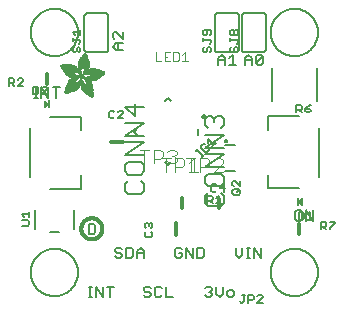
<source format=gbr>
G04 EAGLE Gerber RS-274X export*
G75*
%MOMM*%
%FSLAX34Y34*%
%LPD*%
%INSilkscreen Top*%
%IPPOS*%
%AMOC8*
5,1,8,0,0,1.08239X$1,22.5*%
G01*
%ADD10C,0.127000*%
%ADD11C,0.152400*%
%ADD12C,0.203200*%
%ADD13C,0.304800*%
%ADD14C,0.101600*%
%ADD15R,0.050800X0.006300*%
%ADD16R,0.082600X0.006400*%
%ADD17R,0.120600X0.006300*%
%ADD18R,0.139700X0.006400*%
%ADD19R,0.158800X0.006300*%
%ADD20R,0.177800X0.006400*%
%ADD21R,0.196800X0.006300*%
%ADD22R,0.215900X0.006400*%
%ADD23R,0.228600X0.006300*%
%ADD24R,0.241300X0.006400*%
%ADD25R,0.254000X0.006300*%
%ADD26R,0.266700X0.006400*%
%ADD27R,0.279400X0.006300*%
%ADD28R,0.285700X0.006400*%
%ADD29R,0.298400X0.006300*%
%ADD30R,0.311200X0.006400*%
%ADD31R,0.317500X0.006300*%
%ADD32R,0.330200X0.006400*%
%ADD33R,0.336600X0.006300*%
%ADD34R,0.349200X0.006400*%
%ADD35R,0.361900X0.006300*%
%ADD36R,0.368300X0.006400*%
%ADD37R,0.381000X0.006300*%
%ADD38R,0.387300X0.006400*%
%ADD39R,0.393700X0.006300*%
%ADD40R,0.406400X0.006400*%
%ADD41R,0.412700X0.006300*%
%ADD42R,0.419100X0.006400*%
%ADD43R,0.431800X0.006300*%
%ADD44R,0.438100X0.006400*%
%ADD45R,0.450800X0.006300*%
%ADD46R,0.457200X0.006400*%
%ADD47R,0.463500X0.006300*%
%ADD48R,0.476200X0.006400*%
%ADD49R,0.482600X0.006300*%
%ADD50R,0.488900X0.006400*%
%ADD51R,0.501600X0.006300*%
%ADD52R,0.508000X0.006400*%
%ADD53R,0.514300X0.006300*%
%ADD54R,0.527000X0.006400*%
%ADD55R,0.533400X0.006300*%
%ADD56R,0.546100X0.006400*%
%ADD57R,0.552400X0.006300*%
%ADD58R,0.558800X0.006400*%
%ADD59R,0.571500X0.006300*%
%ADD60R,0.577800X0.006400*%
%ADD61R,0.584200X0.006300*%
%ADD62R,0.596900X0.006400*%
%ADD63R,0.603200X0.006300*%
%ADD64R,0.609600X0.006400*%
%ADD65R,0.622300X0.006300*%
%ADD66R,0.628600X0.006400*%
%ADD67R,0.641300X0.006300*%
%ADD68R,0.647700X0.006400*%
%ADD69R,0.063500X0.006300*%
%ADD70R,0.654000X0.006300*%
%ADD71R,0.101600X0.006400*%
%ADD72R,0.666700X0.006400*%
%ADD73R,0.139700X0.006300*%
%ADD74R,0.673100X0.006300*%
%ADD75R,0.165100X0.006400*%
%ADD76R,0.679400X0.006400*%
%ADD77R,0.196900X0.006300*%
%ADD78R,0.692100X0.006300*%
%ADD79R,0.222200X0.006400*%
%ADD80R,0.698500X0.006400*%
%ADD81R,0.247700X0.006300*%
%ADD82R,0.704800X0.006300*%
%ADD83R,0.279400X0.006400*%
%ADD84R,0.717500X0.006400*%
%ADD85R,0.298500X0.006300*%
%ADD86R,0.723900X0.006300*%
%ADD87R,0.736600X0.006400*%
%ADD88R,0.342900X0.006300*%
%ADD89R,0.742900X0.006300*%
%ADD90R,0.374700X0.006400*%
%ADD91R,0.749300X0.006400*%
%ADD92R,0.762000X0.006300*%
%ADD93R,0.412700X0.006400*%
%ADD94R,0.768300X0.006400*%
%ADD95R,0.438100X0.006300*%
%ADD96R,0.774700X0.006300*%
%ADD97R,0.463600X0.006400*%
%ADD98R,0.787400X0.006400*%
%ADD99R,0.793700X0.006300*%
%ADD100R,0.495300X0.006400*%
%ADD101R,0.800100X0.006400*%
%ADD102R,0.520700X0.006300*%
%ADD103R,0.812800X0.006300*%
%ADD104R,0.533400X0.006400*%
%ADD105R,0.819100X0.006400*%
%ADD106R,0.558800X0.006300*%
%ADD107R,0.825500X0.006300*%
%ADD108R,0.577900X0.006400*%
%ADD109R,0.831800X0.006400*%
%ADD110R,0.596900X0.006300*%
%ADD111R,0.844500X0.006300*%
%ADD112R,0.616000X0.006400*%
%ADD113R,0.850900X0.006400*%
%ADD114R,0.635000X0.006300*%
%ADD115R,0.857200X0.006300*%
%ADD116R,0.654100X0.006400*%
%ADD117R,0.863600X0.006400*%
%ADD118R,0.666700X0.006300*%
%ADD119R,0.869900X0.006300*%
%ADD120R,0.685800X0.006400*%
%ADD121R,0.876300X0.006400*%
%ADD122R,0.882600X0.006300*%
%ADD123R,0.723900X0.006400*%
%ADD124R,0.889000X0.006400*%
%ADD125R,0.895300X0.006300*%
%ADD126R,0.755700X0.006400*%
%ADD127R,0.901700X0.006400*%
%ADD128R,0.908000X0.006300*%
%ADD129R,0.793800X0.006400*%
%ADD130R,0.914400X0.006400*%
%ADD131R,0.806400X0.006300*%
%ADD132R,0.920700X0.006300*%
%ADD133R,0.825500X0.006400*%
%ADD134R,0.927100X0.006400*%
%ADD135R,0.933400X0.006300*%
%ADD136R,0.857300X0.006400*%
%ADD137R,0.939800X0.006400*%
%ADD138R,0.870000X0.006300*%
%ADD139R,0.939800X0.006300*%
%ADD140R,0.946100X0.006400*%
%ADD141R,0.952500X0.006300*%
%ADD142R,0.908000X0.006400*%
%ADD143R,0.958800X0.006400*%
%ADD144R,0.965200X0.006300*%
%ADD145R,0.965200X0.006400*%
%ADD146R,0.971500X0.006300*%
%ADD147R,0.952500X0.006400*%
%ADD148R,0.977900X0.006400*%
%ADD149R,0.958800X0.006300*%
%ADD150R,0.984200X0.006300*%
%ADD151R,0.971500X0.006400*%
%ADD152R,0.984200X0.006400*%
%ADD153R,0.990600X0.006300*%
%ADD154R,0.984300X0.006400*%
%ADD155R,0.996900X0.006400*%
%ADD156R,0.997000X0.006300*%
%ADD157R,0.996900X0.006300*%
%ADD158R,1.003300X0.006400*%
%ADD159R,1.016000X0.006300*%
%ADD160R,1.009600X0.006300*%
%ADD161R,1.016000X0.006400*%
%ADD162R,1.009600X0.006400*%
%ADD163R,1.022300X0.006300*%
%ADD164R,1.028700X0.006400*%
%ADD165R,1.035100X0.006300*%
%ADD166R,1.047800X0.006400*%
%ADD167R,1.054100X0.006300*%
%ADD168R,1.028700X0.006300*%
%ADD169R,1.054100X0.006400*%
%ADD170R,1.035000X0.006400*%
%ADD171R,1.060400X0.006300*%
%ADD172R,1.035000X0.006300*%
%ADD173R,1.060500X0.006400*%
%ADD174R,1.041400X0.006400*%
%ADD175R,1.066800X0.006300*%
%ADD176R,1.041400X0.006300*%
%ADD177R,1.079500X0.006400*%
%ADD178R,1.047700X0.006400*%
%ADD179R,1.085900X0.006300*%
%ADD180R,1.047700X0.006300*%
%ADD181R,1.085800X0.006400*%
%ADD182R,1.092200X0.006300*%
%ADD183R,1.085900X0.006400*%
%ADD184R,1.098600X0.006300*%
%ADD185R,1.098600X0.006400*%
%ADD186R,1.060400X0.006400*%
%ADD187R,1.104900X0.006300*%
%ADD188R,1.104900X0.006400*%
%ADD189R,1.066800X0.006400*%
%ADD190R,1.111200X0.006300*%
%ADD191R,1.117600X0.006400*%
%ADD192R,1.117600X0.006300*%
%ADD193R,1.073100X0.006300*%
%ADD194R,1.073100X0.006400*%
%ADD195R,1.124000X0.006300*%
%ADD196R,1.079500X0.006300*%
%ADD197R,1.123900X0.006400*%
%ADD198R,1.130300X0.006300*%
%ADD199R,1.130300X0.006400*%
%ADD200R,1.136700X0.006400*%
%ADD201R,1.136700X0.006300*%
%ADD202R,1.085800X0.006300*%
%ADD203R,1.136600X0.006400*%
%ADD204R,1.136600X0.006300*%
%ADD205R,1.143000X0.006400*%
%ADD206R,1.143000X0.006300*%
%ADD207R,1.149400X0.006300*%
%ADD208R,1.149300X0.006300*%
%ADD209R,1.149300X0.006400*%
%ADD210R,1.149400X0.006400*%
%ADD211R,1.155700X0.006400*%
%ADD212R,1.155700X0.006300*%
%ADD213R,1.060500X0.006300*%
%ADD214R,2.197100X0.006400*%
%ADD215R,2.197100X0.006300*%
%ADD216R,2.184400X0.006300*%
%ADD217R,2.184400X0.006400*%
%ADD218R,2.171700X0.006400*%
%ADD219R,2.171700X0.006300*%
%ADD220R,1.530300X0.006400*%
%ADD221R,1.505000X0.006300*%
%ADD222R,1.492300X0.006400*%
%ADD223R,1.485900X0.006300*%
%ADD224R,0.565200X0.006300*%
%ADD225R,1.473200X0.006400*%
%ADD226R,0.565200X0.006400*%
%ADD227R,1.460500X0.006300*%
%ADD228R,1.454100X0.006400*%
%ADD229R,0.552400X0.006400*%
%ADD230R,1.441500X0.006300*%
%ADD231R,0.546100X0.006300*%
%ADD232R,1.435100X0.006400*%
%ADD233R,0.539800X0.006400*%
%ADD234R,1.428800X0.006300*%
%ADD235R,1.422400X0.006400*%
%ADD236R,1.409700X0.006300*%
%ADD237R,0.527100X0.006300*%
%ADD238R,1.403300X0.006400*%
%ADD239R,0.527100X0.006400*%
%ADD240R,1.390700X0.006300*%
%ADD241R,1.384300X0.006400*%
%ADD242R,0.520700X0.006400*%
%ADD243R,1.384300X0.006300*%
%ADD244R,0.514400X0.006300*%
%ADD245R,1.371600X0.006400*%
%ADD246R,1.365200X0.006300*%
%ADD247R,0.508000X0.006300*%
%ADD248R,1.352600X0.006400*%
%ADD249R,0.501700X0.006400*%
%ADD250R,0.711200X0.006300*%
%ADD251R,0.603300X0.006300*%
%ADD252R,0.501700X0.006300*%
%ADD253R,0.692100X0.006400*%
%ADD254R,0.571500X0.006400*%
%ADD255R,0.679400X0.006300*%
%ADD256R,0.495300X0.006300*%
%ADD257R,0.673100X0.006400*%
%ADD258R,0.666800X0.006300*%
%ADD259R,0.488900X0.006300*%
%ADD260R,0.660400X0.006400*%
%ADD261R,0.482600X0.006400*%
%ADD262R,0.476200X0.006300*%
%ADD263R,0.654000X0.006400*%
%ADD264R,0.469900X0.006400*%
%ADD265R,0.476300X0.006400*%
%ADD266R,0.647700X0.006300*%
%ADD267R,0.457200X0.006300*%
%ADD268R,0.469900X0.006300*%
%ADD269R,0.641300X0.006400*%
%ADD270R,0.444500X0.006400*%
%ADD271R,0.463600X0.006300*%
%ADD272R,0.635000X0.006400*%
%ADD273R,0.463500X0.006400*%
%ADD274R,0.393700X0.006400*%
%ADD275R,0.450800X0.006400*%
%ADD276R,0.628600X0.006300*%
%ADD277R,0.387400X0.006300*%
%ADD278R,0.450900X0.006300*%
%ADD279R,0.628700X0.006400*%
%ADD280R,0.374600X0.006400*%
%ADD281R,0.368300X0.006300*%
%ADD282R,0.438200X0.006300*%
%ADD283R,0.622300X0.006400*%
%ADD284R,0.355600X0.006400*%
%ADD285R,0.431800X0.006400*%
%ADD286R,0.349300X0.006300*%
%ADD287R,0.425400X0.006300*%
%ADD288R,0.615900X0.006300*%
%ADD289R,0.330200X0.006300*%
%ADD290R,0.419100X0.006300*%
%ADD291R,0.616000X0.006300*%
%ADD292R,0.311200X0.006300*%
%ADD293R,0.406400X0.006300*%
%ADD294R,0.615900X0.006400*%
%ADD295R,0.304800X0.006400*%
%ADD296R,0.158800X0.006400*%
%ADD297R,0.609600X0.006300*%
%ADD298R,0.292100X0.006300*%
%ADD299R,0.235000X0.006300*%
%ADD300R,0.387400X0.006400*%
%ADD301R,0.292100X0.006400*%
%ADD302R,0.336500X0.006300*%
%ADD303R,0.260400X0.006300*%
%ADD304R,0.603300X0.006400*%
%ADD305R,0.260400X0.006400*%
%ADD306R,0.362000X0.006400*%
%ADD307R,0.450900X0.006400*%
%ADD308R,0.355600X0.006300*%
%ADD309R,0.342900X0.006400*%
%ADD310R,0.514300X0.006400*%
%ADD311R,0.234900X0.006300*%
%ADD312R,0.539700X0.006300*%
%ADD313R,0.603200X0.006400*%
%ADD314R,0.234900X0.006400*%
%ADD315R,0.920700X0.006400*%
%ADD316R,0.958900X0.006400*%
%ADD317R,0.215900X0.006300*%
%ADD318R,0.209600X0.006400*%
%ADD319R,0.203200X0.006300*%
%ADD320R,1.003300X0.006300*%
%ADD321R,0.203200X0.006400*%
%ADD322R,0.196900X0.006400*%
%ADD323R,0.190500X0.006300*%
%ADD324R,0.190500X0.006400*%
%ADD325R,0.184200X0.006300*%
%ADD326R,0.590500X0.006400*%
%ADD327R,0.184200X0.006400*%
%ADD328R,0.590500X0.006300*%
%ADD329R,0.177800X0.006300*%
%ADD330R,0.584200X0.006400*%
%ADD331R,1.168400X0.006400*%
%ADD332R,0.171500X0.006300*%
%ADD333R,1.187500X0.006300*%
%ADD334R,1.200100X0.006400*%
%ADD335R,0.577800X0.006300*%
%ADD336R,1.212900X0.006300*%
%ADD337R,1.231900X0.006400*%
%ADD338R,1.250900X0.006300*%
%ADD339R,0.565100X0.006400*%
%ADD340R,0.184100X0.006400*%
%ADD341R,1.263700X0.006400*%
%ADD342R,0.565100X0.006300*%
%ADD343R,1.289100X0.006300*%
%ADD344R,1.314400X0.006400*%
%ADD345R,0.552500X0.006300*%
%ADD346R,1.568500X0.006300*%
%ADD347R,0.552500X0.006400*%
%ADD348R,1.581200X0.006400*%
%ADD349R,1.593800X0.006300*%
%ADD350R,1.606500X0.006400*%
%ADD351R,1.619300X0.006300*%
%ADD352R,0.514400X0.006400*%
%ADD353R,1.638300X0.006400*%
%ADD354R,1.657300X0.006300*%
%ADD355R,2.209800X0.006400*%
%ADD356R,2.425700X0.006300*%
%ADD357R,2.470100X0.006400*%
%ADD358R,2.501900X0.006300*%
%ADD359R,2.533700X0.006400*%
%ADD360R,2.559000X0.006300*%
%ADD361R,2.584500X0.006400*%
%ADD362R,2.609900X0.006300*%
%ADD363R,2.628900X0.006400*%
%ADD364R,2.660600X0.006300*%
%ADD365R,2.673400X0.006400*%
%ADD366R,1.422400X0.006300*%
%ADD367R,1.200200X0.006300*%
%ADD368R,1.365300X0.006300*%
%ADD369R,1.365300X0.006400*%
%ADD370R,1.352500X0.006300*%
%ADD371R,1.098500X0.006300*%
%ADD372R,1.358900X0.006400*%
%ADD373R,1.352600X0.006300*%
%ADD374R,1.358900X0.006300*%
%ADD375R,1.371600X0.006300*%
%ADD376R,1.377900X0.006400*%
%ADD377R,1.397000X0.006400*%
%ADD378R,1.403300X0.006300*%
%ADD379R,0.914400X0.006300*%
%ADD380R,0.876300X0.006300*%
%ADD381R,0.374600X0.006300*%
%ADD382R,1.073200X0.006400*%
%ADD383R,0.374700X0.006300*%
%ADD384R,0.844600X0.006400*%
%ADD385R,0.844600X0.006300*%
%ADD386R,0.831900X0.006400*%
%ADD387R,1.092200X0.006400*%
%ADD388R,0.400000X0.006300*%
%ADD389R,0.819200X0.006400*%
%ADD390R,1.111300X0.006400*%
%ADD391R,0.812800X0.006400*%
%ADD392R,0.800100X0.006300*%
%ADD393R,0.476300X0.006300*%
%ADD394R,1.181100X0.006300*%
%ADD395R,0.501600X0.006400*%
%ADD396R,1.193800X0.006400*%
%ADD397R,0.781000X0.006400*%
%ADD398R,1.238200X0.006400*%
%ADD399R,0.781100X0.006300*%
%ADD400R,1.257300X0.006300*%
%ADD401R,1.295400X0.006400*%
%ADD402R,1.333500X0.006300*%
%ADD403R,0.774700X0.006400*%
%ADD404R,1.866900X0.006400*%
%ADD405R,0.209600X0.006300*%
%ADD406R,1.866900X0.006300*%
%ADD407R,0.768400X0.006400*%
%ADD408R,0.209500X0.006400*%
%ADD409R,1.860600X0.006400*%
%ADD410R,0.762000X0.006400*%
%ADD411R,0.768400X0.006300*%
%ADD412R,1.860600X0.006300*%
%ADD413R,1.860500X0.006400*%
%ADD414R,0.222300X0.006300*%
%ADD415R,1.854200X0.006300*%
%ADD416R,0.235000X0.006400*%
%ADD417R,1.854200X0.006400*%
%ADD418R,0.768300X0.006300*%
%ADD419R,0.260300X0.006400*%
%ADD420R,1.847800X0.006400*%
%ADD421R,0.266700X0.006300*%
%ADD422R,1.847800X0.006300*%
%ADD423R,0.273100X0.006400*%
%ADD424R,1.841500X0.006400*%
%ADD425R,0.285800X0.006300*%
%ADD426R,1.841500X0.006300*%
%ADD427R,0.298500X0.006400*%
%ADD428R,1.835100X0.006400*%
%ADD429R,0.781000X0.006300*%
%ADD430R,0.304800X0.006300*%
%ADD431R,1.835100X0.006300*%
%ADD432R,0.317500X0.006400*%
%ADD433R,1.828800X0.006400*%
%ADD434R,0.787400X0.006300*%
%ADD435R,0.323800X0.006300*%
%ADD436R,1.828800X0.006300*%
%ADD437R,0.793700X0.006400*%
%ADD438R,1.822400X0.006400*%
%ADD439R,0.806500X0.006300*%
%ADD440R,1.822400X0.006300*%
%ADD441R,1.816100X0.006400*%
%ADD442R,0.819100X0.006300*%
%ADD443R,0.387300X0.006300*%
%ADD444R,1.816100X0.006300*%
%ADD445R,1.809800X0.006400*%
%ADD446R,1.803400X0.006300*%
%ADD447R,1.797000X0.006400*%
%ADD448R,0.901700X0.006300*%
%ADD449R,1.797000X0.006300*%
%ADD450R,1.441400X0.006400*%
%ADD451R,1.790700X0.006400*%
%ADD452R,1.447800X0.006300*%
%ADD453R,1.784300X0.006300*%
%ADD454R,1.447800X0.006400*%
%ADD455R,1.784300X0.006400*%
%ADD456R,1.454100X0.006300*%
%ADD457R,1.771700X0.006300*%
%ADD458R,1.460500X0.006400*%
%ADD459R,1.759000X0.006400*%
%ADD460R,1.466800X0.006300*%
%ADD461R,1.752600X0.006300*%
%ADD462R,1.466800X0.006400*%
%ADD463R,1.739900X0.006400*%
%ADD464R,1.473200X0.006300*%
%ADD465R,1.727200X0.006300*%
%ADD466R,1.479500X0.006400*%
%ADD467R,1.714500X0.006400*%
%ADD468R,1.695400X0.006300*%
%ADD469R,1.485900X0.006400*%
%ADD470R,1.682700X0.006400*%
%ADD471R,1.492200X0.006300*%
%ADD472R,1.663700X0.006300*%
%ADD473R,1.498600X0.006400*%
%ADD474R,1.644600X0.006400*%
%ADD475R,1.498600X0.006300*%
%ADD476R,1.619200X0.006300*%
%ADD477R,1.511300X0.006400*%
%ADD478R,1.600200X0.006400*%
%ADD479R,1.517700X0.006300*%
%ADD480R,1.574800X0.006300*%
%ADD481R,1.524000X0.006400*%
%ADD482R,1.555800X0.006400*%
%ADD483R,1.524000X0.006300*%
%ADD484R,1.536700X0.006300*%
%ADD485R,1.530400X0.006400*%
%ADD486R,1.517700X0.006400*%
%ADD487R,1.492300X0.006300*%
%ADD488R,1.549400X0.006400*%
%ADD489R,1.479600X0.006400*%
%ADD490R,1.549400X0.006300*%
%ADD491R,1.555700X0.006400*%
%ADD492R,1.562100X0.006300*%
%ADD493R,0.323900X0.006300*%
%ADD494R,1.568400X0.006400*%
%ADD495R,0.336600X0.006400*%
%ADD496R,1.587500X0.006300*%
%ADD497R,0.971600X0.006300*%
%ADD498R,0.349300X0.006400*%
%ADD499R,1.600200X0.006300*%
%ADD500R,0.920800X0.006300*%
%ADD501R,0.882700X0.006400*%
%ADD502R,1.612900X0.006300*%
%ADD503R,0.362000X0.006300*%
%ADD504R,1.625600X0.006400*%
%ADD505R,1.625600X0.006300*%
%ADD506R,1.644600X0.006300*%
%ADD507R,0.736600X0.006300*%
%ADD508R,0.717600X0.006400*%
%ADD509R,1.657400X0.006300*%
%ADD510R,0.679500X0.006300*%
%ADD511R,1.663700X0.006400*%
%ADD512R,0.400000X0.006400*%
%ADD513R,1.676400X0.006300*%
%ADD514R,1.676400X0.006400*%
%ADD515R,0.425500X0.006400*%
%ADD516R,1.352500X0.006400*%
%ADD517R,0.444500X0.006300*%
%ADD518R,0.361900X0.006400*%
%ADD519R,0.088900X0.006300*%
%ADD520R,1.009700X0.006300*%
%ADD521R,1.009700X0.006400*%
%ADD522R,1.022300X0.006400*%
%ADD523R,1.346200X0.006400*%
%ADD524R,1.346200X0.006300*%
%ADD525R,1.339900X0.006400*%
%ADD526R,1.035100X0.006400*%
%ADD527R,1.339800X0.006300*%
%ADD528R,1.333500X0.006400*%
%ADD529R,1.327200X0.006400*%
%ADD530R,1.320800X0.006300*%
%ADD531R,1.314500X0.006400*%
%ADD532R,1.314400X0.006300*%
%ADD533R,1.301700X0.006400*%
%ADD534R,1.295400X0.006300*%
%ADD535R,1.289000X0.006400*%
%ADD536R,1.276300X0.006300*%
%ADD537R,1.251000X0.006300*%
%ADD538R,1.244600X0.006400*%
%ADD539R,1.231900X0.006300*%
%ADD540R,1.212800X0.006400*%
%ADD541R,1.200100X0.006300*%
%ADD542R,1.187400X0.006400*%
%ADD543R,1.168400X0.006300*%
%ADD544R,1.047800X0.006300*%
%ADD545R,0.977900X0.006300*%
%ADD546R,0.946200X0.006400*%
%ADD547R,0.933400X0.006400*%
%ADD548R,0.895300X0.006400*%
%ADD549R,0.882700X0.006300*%
%ADD550R,0.863600X0.006300*%
%ADD551R,0.857200X0.006400*%
%ADD552R,0.850900X0.006300*%
%ADD553R,0.838200X0.006300*%
%ADD554R,0.806500X0.006400*%
%ADD555R,0.717600X0.006300*%
%ADD556R,0.711200X0.006400*%
%ADD557R,0.641400X0.006400*%
%ADD558R,0.641400X0.006300*%
%ADD559R,0.628700X0.006300*%
%ADD560R,0.590600X0.006300*%
%ADD561R,0.539700X0.006400*%
%ADD562R,0.285700X0.006300*%
%ADD563R,0.222200X0.006300*%
%ADD564R,0.171400X0.006300*%
%ADD565R,0.152400X0.006400*%
%ADD566R,0.133400X0.006300*%
%ADD567R,0.127000X0.762000*%
%ADD568C,0.076200*%

G36*
X17341Y164346D02*
X17341Y164346D01*
X17370Y164345D01*
X17460Y164372D01*
X17552Y164392D01*
X17577Y164407D01*
X17606Y164416D01*
X17748Y164506D01*
X20923Y167046D01*
X20992Y167123D01*
X21065Y167196D01*
X21074Y167214D01*
X21087Y167228D01*
X21129Y167324D01*
X21175Y167416D01*
X21177Y167436D01*
X21185Y167454D01*
X21194Y167557D01*
X21208Y167660D01*
X21204Y167679D01*
X21206Y167699D01*
X21181Y167800D01*
X21162Y167902D01*
X21152Y167919D01*
X21148Y167938D01*
X21092Y168026D01*
X21041Y168116D01*
X21024Y168133D01*
X21016Y168146D01*
X20991Y168166D01*
X20923Y168234D01*
X17748Y170774D01*
X17722Y170789D01*
X17700Y170810D01*
X17615Y170849D01*
X17533Y170895D01*
X17504Y170901D01*
X17477Y170913D01*
X17384Y170923D01*
X17292Y170941D01*
X17262Y170937D01*
X17233Y170940D01*
X17141Y170920D01*
X17048Y170908D01*
X17021Y170894D01*
X16992Y170888D01*
X16912Y170840D01*
X16828Y170798D01*
X16807Y170777D01*
X16781Y170762D01*
X16720Y170690D01*
X16654Y170624D01*
X16641Y170598D01*
X16621Y170575D01*
X16586Y170488D01*
X16544Y170404D01*
X16540Y170374D01*
X16529Y170347D01*
X16511Y170180D01*
X16511Y165100D01*
X16516Y165071D01*
X16513Y165041D01*
X16535Y164950D01*
X16551Y164857D01*
X16564Y164831D01*
X16571Y164802D01*
X16622Y164723D01*
X16666Y164640D01*
X16687Y164619D01*
X16703Y164594D01*
X16776Y164535D01*
X16844Y164471D01*
X16871Y164458D01*
X16894Y164439D01*
X16982Y164406D01*
X17067Y164367D01*
X17097Y164364D01*
X17124Y164353D01*
X17218Y164350D01*
X17311Y164340D01*
X17341Y164346D01*
G37*
G36*
X235468Y81793D02*
X235468Y81793D01*
X235497Y81790D01*
X235589Y81810D01*
X235682Y81823D01*
X235709Y81836D01*
X235738Y81842D01*
X235818Y81890D01*
X235902Y81932D01*
X235923Y81953D01*
X235949Y81968D01*
X236010Y82040D01*
X236076Y82106D01*
X236089Y82132D01*
X236109Y82155D01*
X236144Y82242D01*
X236186Y82326D01*
X236190Y82356D01*
X236201Y82383D01*
X236219Y82550D01*
X236219Y87630D01*
X236214Y87659D01*
X236217Y87689D01*
X236195Y87780D01*
X236180Y87873D01*
X236166Y87899D01*
X236159Y87928D01*
X236108Y88007D01*
X236064Y88090D01*
X236043Y88111D01*
X236027Y88136D01*
X235954Y88195D01*
X235886Y88260D01*
X235859Y88272D01*
X235836Y88291D01*
X235748Y88324D01*
X235663Y88363D01*
X235633Y88366D01*
X235606Y88377D01*
X235512Y88380D01*
X235419Y88390D01*
X235389Y88384D01*
X235360Y88385D01*
X235270Y88358D01*
X235178Y88338D01*
X235153Y88323D01*
X235124Y88314D01*
X234982Y88224D01*
X231807Y85684D01*
X231738Y85607D01*
X231665Y85534D01*
X231656Y85517D01*
X231643Y85502D01*
X231601Y85406D01*
X231555Y85314D01*
X231553Y85294D01*
X231545Y85276D01*
X231536Y85173D01*
X231522Y85070D01*
X231526Y85051D01*
X231524Y85031D01*
X231549Y84930D01*
X231568Y84828D01*
X231578Y84811D01*
X231582Y84792D01*
X231638Y84705D01*
X231689Y84614D01*
X231706Y84597D01*
X231714Y84584D01*
X231739Y84564D01*
X231807Y84496D01*
X234982Y81956D01*
X235008Y81941D01*
X235030Y81921D01*
X235115Y81881D01*
X235197Y81835D01*
X235226Y81829D01*
X235253Y81817D01*
X235346Y81807D01*
X235438Y81789D01*
X235468Y81793D01*
G37*
D10*
X186606Y200787D02*
X186606Y206719D01*
X189572Y209685D01*
X192538Y206719D01*
X192538Y200787D01*
X192538Y205236D02*
X186606Y205236D01*
X195961Y202270D02*
X195961Y208202D01*
X197444Y209685D01*
X200410Y209685D01*
X201893Y208202D01*
X201893Y202270D01*
X200410Y200787D01*
X197444Y200787D01*
X195961Y202270D01*
X201893Y208202D01*
X164000Y206719D02*
X164000Y200787D01*
X164000Y206719D02*
X166966Y209685D01*
X169932Y206719D01*
X169932Y200787D01*
X169932Y205236D02*
X164000Y205236D01*
X173355Y206719D02*
X176321Y209685D01*
X176321Y200787D01*
X173355Y200787D02*
X179287Y200787D01*
D11*
X178788Y46235D02*
X178788Y40473D01*
X181670Y37592D01*
X184551Y40473D01*
X184551Y46235D01*
X188144Y37592D02*
X191025Y37592D01*
X189584Y37592D02*
X189584Y46235D01*
X188144Y46235D02*
X191025Y46235D01*
X194380Y46235D02*
X194380Y37592D01*
X200143Y37592D02*
X194380Y46235D01*
X200143Y46235D02*
X200143Y37592D01*
X154540Y13215D02*
X153099Y11775D01*
X154540Y13215D02*
X157421Y13215D01*
X158861Y11775D01*
X158861Y10334D01*
X157421Y8894D01*
X155980Y8894D01*
X157421Y8894D02*
X158861Y7453D01*
X158861Y6013D01*
X157421Y4572D01*
X154540Y4572D01*
X153099Y6013D01*
X162454Y7453D02*
X162454Y13215D01*
X162454Y7453D02*
X165336Y4572D01*
X168217Y7453D01*
X168217Y13215D01*
X173250Y4572D02*
X176131Y4572D01*
X177572Y6013D01*
X177572Y8894D01*
X176131Y10334D01*
X173250Y10334D01*
X171810Y8894D01*
X171810Y6013D01*
X173250Y4572D01*
X133461Y44795D02*
X132021Y46235D01*
X129140Y46235D01*
X127699Y44795D01*
X127699Y39033D01*
X129140Y37592D01*
X132021Y37592D01*
X133461Y39033D01*
X133461Y41914D01*
X130580Y41914D01*
X137054Y46235D02*
X137054Y37592D01*
X142817Y37592D02*
X137054Y46235D01*
X142817Y46235D02*
X142817Y37592D01*
X146410Y37592D02*
X146410Y46235D01*
X146410Y37592D02*
X150731Y37592D01*
X152172Y39033D01*
X152172Y44795D01*
X150731Y46235D01*
X146410Y46235D01*
X106791Y11775D02*
X105351Y13215D01*
X102470Y13215D01*
X101029Y11775D01*
X101029Y10334D01*
X102470Y8894D01*
X105351Y8894D01*
X106791Y7453D01*
X106791Y6013D01*
X105351Y4572D01*
X102470Y4572D01*
X101029Y6013D01*
X114706Y13215D02*
X116147Y11775D01*
X114706Y13215D02*
X111825Y13215D01*
X110384Y11775D01*
X110384Y6013D01*
X111825Y4572D01*
X114706Y4572D01*
X116147Y6013D01*
X119740Y4572D02*
X119740Y13215D01*
X119740Y4572D02*
X125502Y4572D01*
X82661Y44795D02*
X81221Y46235D01*
X78340Y46235D01*
X76899Y44795D01*
X76899Y43354D01*
X78340Y41914D01*
X81221Y41914D01*
X82661Y40473D01*
X82661Y39033D01*
X81221Y37592D01*
X78340Y37592D01*
X76899Y39033D01*
X86254Y37592D02*
X86254Y46235D01*
X86254Y37592D02*
X90576Y37592D01*
X92017Y39033D01*
X92017Y44795D01*
X90576Y46235D01*
X86254Y46235D01*
X95610Y43354D02*
X95610Y37592D01*
X95610Y43354D02*
X98491Y46235D01*
X101372Y43354D01*
X101372Y37592D01*
X101372Y41914D02*
X95610Y41914D01*
X57210Y4572D02*
X54328Y4572D01*
X55769Y4572D02*
X55769Y13215D01*
X54328Y13215D02*
X57210Y13215D01*
X60565Y13215D02*
X60565Y4572D01*
X66327Y4572D02*
X60565Y13215D01*
X66327Y13215D02*
X66327Y4572D01*
X72802Y4572D02*
X72802Y13215D01*
X75683Y13215D02*
X69920Y13215D01*
D10*
X230718Y78113D02*
X233684Y78113D01*
X230718Y78113D02*
X229235Y76630D01*
X229235Y70698D01*
X230718Y69215D01*
X233684Y69215D01*
X235167Y70698D01*
X235167Y76630D01*
X233684Y78113D01*
X238590Y78113D02*
X238590Y69215D01*
X244522Y69215D02*
X238590Y78113D01*
X244522Y78113D02*
X244522Y69215D01*
X11221Y173355D02*
X8255Y173355D01*
X9738Y173355D02*
X9738Y182253D01*
X8255Y182253D02*
X11221Y182253D01*
X14492Y182253D02*
X14492Y173355D01*
X20424Y173355D02*
X14492Y182253D01*
X20424Y182253D02*
X20424Y173355D01*
X26813Y173355D02*
X26813Y182253D01*
X23847Y182253D02*
X29779Y182253D01*
X77761Y213530D02*
X83693Y213530D01*
X77761Y213530D02*
X74795Y216496D01*
X77761Y219462D01*
X83693Y219462D01*
X79244Y219462D02*
X79244Y213530D01*
X83693Y222885D02*
X83693Y228817D01*
X83693Y222885D02*
X77761Y228817D01*
X76278Y228817D01*
X74795Y227334D01*
X74795Y224368D01*
X76278Y222885D01*
D12*
X95603Y147001D02*
X93128Y144526D01*
X95603Y142051D01*
X118937Y170335D02*
X121412Y172810D01*
X123887Y170335D01*
X118937Y118717D02*
X121412Y116242D01*
X123887Y118717D01*
X147221Y142051D02*
X147221Y147001D01*
X150675Y157098D02*
X150677Y157169D01*
X150683Y157240D01*
X150693Y157311D01*
X150707Y157381D01*
X150725Y157450D01*
X150746Y157517D01*
X150772Y157584D01*
X150801Y157649D01*
X150833Y157712D01*
X150870Y157774D01*
X150909Y157833D01*
X150952Y157890D01*
X150998Y157944D01*
X151047Y157996D01*
X151099Y158045D01*
X151153Y158091D01*
X151210Y158134D01*
X151269Y158173D01*
X151331Y158210D01*
X151394Y158242D01*
X151459Y158271D01*
X151526Y158297D01*
X151593Y158318D01*
X151662Y158336D01*
X151732Y158350D01*
X151803Y158360D01*
X151874Y158366D01*
X151945Y158368D01*
X152016Y158366D01*
X152087Y158360D01*
X152158Y158350D01*
X152228Y158336D01*
X152297Y158318D01*
X152364Y158297D01*
X152431Y158271D01*
X152496Y158242D01*
X152559Y158210D01*
X152621Y158173D01*
X152680Y158134D01*
X152737Y158091D01*
X152791Y158045D01*
X152843Y157996D01*
X152892Y157944D01*
X152938Y157890D01*
X152981Y157833D01*
X153020Y157774D01*
X153057Y157712D01*
X153089Y157649D01*
X153118Y157584D01*
X153144Y157517D01*
X153165Y157450D01*
X153183Y157381D01*
X153197Y157311D01*
X153207Y157240D01*
X153213Y157169D01*
X153215Y157098D01*
X153213Y157027D01*
X153207Y156956D01*
X153197Y156885D01*
X153183Y156815D01*
X153165Y156746D01*
X153144Y156679D01*
X153118Y156612D01*
X153089Y156547D01*
X153057Y156484D01*
X153020Y156422D01*
X152981Y156363D01*
X152938Y156306D01*
X152892Y156252D01*
X152843Y156200D01*
X152791Y156151D01*
X152737Y156105D01*
X152680Y156062D01*
X152621Y156023D01*
X152559Y155986D01*
X152496Y155954D01*
X152431Y155925D01*
X152364Y155899D01*
X152297Y155878D01*
X152228Y155860D01*
X152158Y155846D01*
X152087Y155836D01*
X152016Y155830D01*
X151945Y155828D01*
X151874Y155830D01*
X151803Y155836D01*
X151732Y155846D01*
X151662Y155860D01*
X151593Y155878D01*
X151526Y155899D01*
X151459Y155925D01*
X151394Y155954D01*
X151331Y155986D01*
X151269Y156023D01*
X151210Y156062D01*
X151153Y156105D01*
X151099Y156151D01*
X151047Y156200D01*
X150998Y156252D01*
X150952Y156306D01*
X150909Y156363D01*
X150870Y156422D01*
X150833Y156484D01*
X150801Y156547D01*
X150772Y156612D01*
X150746Y156679D01*
X150725Y156746D01*
X150707Y156815D01*
X150693Y156885D01*
X150683Y156956D01*
X150677Y157027D01*
X150675Y157098D01*
D11*
X151728Y124827D02*
X150170Y123269D01*
X150949Y124048D02*
X146275Y128722D01*
X145496Y127943D02*
X147054Y129501D01*
X151361Y133808D02*
X152919Y133808D01*
X151361Y133808D02*
X149803Y132250D01*
X149803Y130692D01*
X152919Y127576D01*
X154477Y127576D01*
X156035Y129134D01*
X156035Y130692D01*
X155875Y135205D02*
X155874Y138321D01*
X160548Y133647D01*
X158990Y132089D02*
X162106Y135205D01*
D13*
X133858Y88328D02*
X133858Y80328D01*
D11*
X154940Y83820D02*
X154940Y90430D01*
X158245Y90430D01*
X159346Y89328D01*
X159346Y87125D01*
X158245Y86023D01*
X154940Y86023D01*
X157143Y86023D02*
X159346Y83820D01*
X162424Y88226D02*
X164627Y90430D01*
X164627Y83820D01*
X162424Y83820D02*
X166831Y83820D01*
D12*
X204470Y214630D02*
X204470Y242570D01*
X186690Y245110D02*
X186590Y245108D01*
X186491Y245102D01*
X186391Y245092D01*
X186293Y245079D01*
X186194Y245061D01*
X186097Y245040D01*
X186001Y245015D01*
X185905Y244986D01*
X185811Y244953D01*
X185718Y244917D01*
X185627Y244877D01*
X185537Y244833D01*
X185449Y244786D01*
X185363Y244736D01*
X185279Y244682D01*
X185197Y244625D01*
X185118Y244565D01*
X185040Y244501D01*
X184966Y244435D01*
X184894Y244366D01*
X184825Y244294D01*
X184759Y244220D01*
X184695Y244142D01*
X184635Y244063D01*
X184578Y243981D01*
X184524Y243897D01*
X184474Y243811D01*
X184427Y243723D01*
X184383Y243633D01*
X184343Y243542D01*
X184307Y243449D01*
X184274Y243355D01*
X184245Y243259D01*
X184220Y243163D01*
X184199Y243066D01*
X184181Y242967D01*
X184168Y242869D01*
X184158Y242769D01*
X184152Y242670D01*
X184150Y242570D01*
X184150Y214630D02*
X184152Y214530D01*
X184158Y214431D01*
X184168Y214331D01*
X184181Y214233D01*
X184199Y214134D01*
X184220Y214037D01*
X184245Y213941D01*
X184274Y213845D01*
X184307Y213751D01*
X184343Y213658D01*
X184383Y213567D01*
X184427Y213477D01*
X184474Y213389D01*
X184524Y213303D01*
X184578Y213219D01*
X184635Y213137D01*
X184695Y213058D01*
X184759Y212980D01*
X184825Y212906D01*
X184894Y212834D01*
X184966Y212765D01*
X185040Y212699D01*
X185118Y212635D01*
X185197Y212575D01*
X185279Y212518D01*
X185363Y212464D01*
X185449Y212414D01*
X185537Y212367D01*
X185627Y212323D01*
X185718Y212283D01*
X185811Y212247D01*
X185905Y212214D01*
X186001Y212185D01*
X186097Y212160D01*
X186194Y212139D01*
X186293Y212121D01*
X186391Y212108D01*
X186491Y212098D01*
X186590Y212092D01*
X186690Y212090D01*
X201930Y212090D02*
X202030Y212092D01*
X202129Y212098D01*
X202229Y212108D01*
X202327Y212121D01*
X202426Y212139D01*
X202523Y212160D01*
X202619Y212185D01*
X202715Y212214D01*
X202809Y212247D01*
X202902Y212283D01*
X202993Y212323D01*
X203083Y212367D01*
X203171Y212414D01*
X203257Y212464D01*
X203341Y212518D01*
X203423Y212575D01*
X203502Y212635D01*
X203580Y212699D01*
X203654Y212765D01*
X203726Y212834D01*
X203795Y212906D01*
X203861Y212980D01*
X203925Y213058D01*
X203985Y213137D01*
X204042Y213219D01*
X204096Y213303D01*
X204146Y213389D01*
X204193Y213477D01*
X204237Y213567D01*
X204277Y213658D01*
X204313Y213751D01*
X204346Y213845D01*
X204375Y213941D01*
X204400Y214037D01*
X204421Y214134D01*
X204439Y214233D01*
X204452Y214331D01*
X204462Y214431D01*
X204468Y214530D01*
X204470Y214630D01*
X204470Y242570D02*
X204468Y242670D01*
X204462Y242769D01*
X204452Y242869D01*
X204439Y242967D01*
X204421Y243066D01*
X204400Y243163D01*
X204375Y243259D01*
X204346Y243355D01*
X204313Y243449D01*
X204277Y243542D01*
X204237Y243633D01*
X204193Y243723D01*
X204146Y243811D01*
X204096Y243897D01*
X204042Y243981D01*
X203985Y244063D01*
X203925Y244142D01*
X203861Y244220D01*
X203795Y244294D01*
X203726Y244366D01*
X203654Y244435D01*
X203580Y244501D01*
X203502Y244565D01*
X203423Y244625D01*
X203341Y244682D01*
X203257Y244736D01*
X203171Y244786D01*
X203083Y244833D01*
X202993Y244877D01*
X202902Y244917D01*
X202809Y244953D01*
X202715Y244986D01*
X202619Y245015D01*
X202523Y245040D01*
X202426Y245061D01*
X202327Y245079D01*
X202229Y245092D01*
X202129Y245102D01*
X202030Y245108D01*
X201930Y245110D01*
X186690Y245110D01*
X186690Y212090D02*
X201930Y212090D01*
X184150Y214630D02*
X184150Y242570D01*
D11*
X175340Y215988D02*
X174238Y214887D01*
X174238Y212684D01*
X175340Y211582D01*
X176442Y211582D01*
X177543Y212684D01*
X177543Y214887D01*
X178645Y215988D01*
X179746Y215988D01*
X180848Y214887D01*
X180848Y212684D01*
X179746Y211582D01*
X179746Y219066D02*
X180848Y220168D01*
X180848Y221269D01*
X179746Y222371D01*
X174238Y222371D01*
X174238Y221269D02*
X174238Y223473D01*
X175340Y226550D02*
X174238Y227652D01*
X174238Y229855D01*
X175340Y230957D01*
X176442Y230957D01*
X177543Y229855D01*
X178645Y230957D01*
X179746Y230957D01*
X180848Y229855D01*
X180848Y227652D01*
X179746Y226550D01*
X178645Y226550D01*
X177543Y227652D01*
X176442Y226550D01*
X175340Y226550D01*
X177543Y227652D02*
X177543Y229855D01*
D12*
X181610Y242570D02*
X181610Y214630D01*
X161290Y242570D02*
X161292Y242670D01*
X161298Y242769D01*
X161308Y242869D01*
X161321Y242967D01*
X161339Y243066D01*
X161360Y243163D01*
X161385Y243259D01*
X161414Y243355D01*
X161447Y243449D01*
X161483Y243542D01*
X161523Y243633D01*
X161567Y243723D01*
X161614Y243811D01*
X161664Y243897D01*
X161718Y243981D01*
X161775Y244063D01*
X161835Y244142D01*
X161899Y244220D01*
X161965Y244294D01*
X162034Y244366D01*
X162106Y244435D01*
X162180Y244501D01*
X162258Y244565D01*
X162337Y244625D01*
X162419Y244682D01*
X162503Y244736D01*
X162589Y244786D01*
X162677Y244833D01*
X162767Y244877D01*
X162858Y244917D01*
X162951Y244953D01*
X163045Y244986D01*
X163141Y245015D01*
X163237Y245040D01*
X163334Y245061D01*
X163433Y245079D01*
X163531Y245092D01*
X163631Y245102D01*
X163730Y245108D01*
X163830Y245110D01*
X161290Y214630D02*
X161292Y214530D01*
X161298Y214431D01*
X161308Y214331D01*
X161321Y214233D01*
X161339Y214134D01*
X161360Y214037D01*
X161385Y213941D01*
X161414Y213845D01*
X161447Y213751D01*
X161483Y213658D01*
X161523Y213567D01*
X161567Y213477D01*
X161614Y213389D01*
X161664Y213303D01*
X161718Y213219D01*
X161775Y213137D01*
X161835Y213058D01*
X161899Y212980D01*
X161965Y212906D01*
X162034Y212834D01*
X162106Y212765D01*
X162180Y212699D01*
X162258Y212635D01*
X162337Y212575D01*
X162419Y212518D01*
X162503Y212464D01*
X162589Y212414D01*
X162677Y212367D01*
X162767Y212323D01*
X162858Y212283D01*
X162951Y212247D01*
X163045Y212214D01*
X163141Y212185D01*
X163237Y212160D01*
X163334Y212139D01*
X163433Y212121D01*
X163531Y212108D01*
X163631Y212098D01*
X163730Y212092D01*
X163830Y212090D01*
X179070Y212090D02*
X179170Y212092D01*
X179269Y212098D01*
X179369Y212108D01*
X179467Y212121D01*
X179566Y212139D01*
X179663Y212160D01*
X179759Y212185D01*
X179855Y212214D01*
X179949Y212247D01*
X180042Y212283D01*
X180133Y212323D01*
X180223Y212367D01*
X180311Y212414D01*
X180397Y212464D01*
X180481Y212518D01*
X180563Y212575D01*
X180642Y212635D01*
X180720Y212699D01*
X180794Y212765D01*
X180866Y212834D01*
X180935Y212906D01*
X181001Y212980D01*
X181065Y213058D01*
X181125Y213137D01*
X181182Y213219D01*
X181236Y213303D01*
X181286Y213389D01*
X181333Y213477D01*
X181377Y213567D01*
X181417Y213658D01*
X181453Y213751D01*
X181486Y213845D01*
X181515Y213941D01*
X181540Y214037D01*
X181561Y214134D01*
X181579Y214233D01*
X181592Y214331D01*
X181602Y214431D01*
X181608Y214530D01*
X181610Y214630D01*
X181610Y242570D02*
X181608Y242670D01*
X181602Y242769D01*
X181592Y242869D01*
X181579Y242967D01*
X181561Y243066D01*
X181540Y243163D01*
X181515Y243259D01*
X181486Y243355D01*
X181453Y243449D01*
X181417Y243542D01*
X181377Y243633D01*
X181333Y243723D01*
X181286Y243811D01*
X181236Y243897D01*
X181182Y243981D01*
X181125Y244063D01*
X181065Y244142D01*
X181001Y244220D01*
X180935Y244294D01*
X180866Y244366D01*
X180794Y244435D01*
X180720Y244501D01*
X180642Y244565D01*
X180563Y244625D01*
X180481Y244682D01*
X180397Y244736D01*
X180311Y244786D01*
X180223Y244833D01*
X180133Y244877D01*
X180042Y244917D01*
X179949Y244953D01*
X179855Y244986D01*
X179759Y245015D01*
X179663Y245040D01*
X179566Y245061D01*
X179467Y245079D01*
X179369Y245092D01*
X179269Y245102D01*
X179170Y245108D01*
X179070Y245110D01*
X163830Y245110D01*
X163830Y212090D02*
X179070Y212090D01*
X161290Y214630D02*
X161290Y242570D01*
D11*
X152480Y215988D02*
X151378Y214887D01*
X151378Y212684D01*
X152480Y211582D01*
X153582Y211582D01*
X154683Y212684D01*
X154683Y214887D01*
X155785Y215988D01*
X156886Y215988D01*
X157988Y214887D01*
X157988Y212684D01*
X156886Y211582D01*
X156886Y219066D02*
X157988Y220168D01*
X157988Y221269D01*
X156886Y222371D01*
X151378Y222371D01*
X151378Y221269D02*
X151378Y223473D01*
X156886Y226550D02*
X157988Y227652D01*
X157988Y229855D01*
X156886Y230957D01*
X152480Y230957D01*
X151378Y229855D01*
X151378Y227652D01*
X152480Y226550D01*
X153582Y226550D01*
X154683Y227652D01*
X154683Y230957D01*
D14*
X119841Y122311D02*
X119841Y110617D01*
X115943Y122311D02*
X123739Y122311D01*
X127637Y122311D02*
X127637Y110617D01*
X127637Y122311D02*
X133484Y122311D01*
X135433Y120362D01*
X135433Y116464D01*
X133484Y114515D01*
X127637Y114515D01*
X139331Y118413D02*
X143229Y122311D01*
X143229Y110617D01*
X139331Y110617D02*
X147127Y110617D01*
X140669Y110617D02*
X140669Y122311D01*
X136771Y122311D02*
X144567Y122311D01*
X148465Y122311D02*
X148465Y110617D01*
X148465Y122311D02*
X154312Y122311D01*
X156261Y120362D01*
X156261Y116464D01*
X154312Y114515D01*
X148465Y114515D01*
X160159Y110617D02*
X167955Y110617D01*
X160159Y110617D02*
X167955Y118413D01*
X167955Y120362D01*
X166006Y122311D01*
X162108Y122311D01*
X160159Y120362D01*
X101553Y117729D02*
X101553Y129423D01*
X97655Y129423D02*
X105451Y129423D01*
X109349Y129423D02*
X109349Y117729D01*
X109349Y129423D02*
X115196Y129423D01*
X117145Y127474D01*
X117145Y123576D01*
X115196Y121627D01*
X109349Y121627D01*
X121043Y127474D02*
X122992Y129423D01*
X126890Y129423D01*
X128839Y127474D01*
X128839Y125525D01*
X126890Y123576D01*
X124941Y123576D01*
X126890Y123576D02*
X128839Y121627D01*
X128839Y119678D01*
X126890Y117729D01*
X122992Y117729D01*
X121043Y119678D01*
D13*
X83820Y135890D02*
X73660Y135890D01*
D11*
X76288Y161210D02*
X75187Y162312D01*
X72984Y162312D01*
X71882Y161210D01*
X71882Y156804D01*
X72984Y155702D01*
X75187Y155702D01*
X76288Y156804D01*
X79366Y155702D02*
X83773Y155702D01*
X83773Y160108D02*
X79366Y155702D01*
X83773Y160108D02*
X83773Y161210D01*
X82671Y162312D01*
X80468Y162312D01*
X79366Y161210D01*
D12*
X41900Y77850D02*
X41900Y61850D01*
X8900Y61850D02*
X8900Y77850D01*
X21400Y59350D02*
X29400Y59350D01*
D11*
X3216Y64992D02*
X-2292Y64992D01*
X3216Y64992D02*
X4318Y66094D01*
X4318Y68297D01*
X3216Y69398D01*
X-2292Y69398D01*
X-88Y72476D02*
X-2292Y74679D01*
X4318Y74679D01*
X4318Y72476D02*
X4318Y76883D01*
D13*
X128270Y67310D02*
X128270Y57150D01*
D11*
X102950Y59778D02*
X101848Y58677D01*
X101848Y56474D01*
X102950Y55372D01*
X107356Y55372D01*
X108458Y56474D01*
X108458Y58677D01*
X107356Y59778D01*
X102950Y62856D02*
X101848Y63958D01*
X101848Y66161D01*
X102950Y67263D01*
X104052Y67263D01*
X105153Y66161D01*
X105153Y65059D01*
X105153Y66161D02*
X106255Y67263D01*
X107356Y67263D01*
X108458Y66161D01*
X108458Y63958D01*
X107356Y62856D01*
D13*
X165100Y79820D02*
X165100Y87820D01*
D11*
X162648Y98980D02*
X161547Y100082D01*
X159344Y100082D01*
X158242Y98980D01*
X158242Y94574D01*
X159344Y93472D01*
X161547Y93472D01*
X162648Y94574D01*
X169031Y93472D02*
X169031Y100082D01*
X165726Y96777D01*
X170133Y96777D01*
D12*
X209600Y170150D02*
X209600Y198150D01*
X247600Y198150D02*
X247600Y170150D01*
D11*
X230394Y167394D02*
X230394Y160784D01*
X230394Y167394D02*
X233699Y167394D01*
X234800Y166292D01*
X234800Y164089D01*
X233699Y162987D01*
X230394Y162987D01*
X232597Y162987D02*
X234800Y160784D01*
X240081Y166292D02*
X242284Y167394D01*
X240081Y166292D02*
X237878Y164089D01*
X237878Y161886D01*
X238979Y160784D01*
X241183Y160784D01*
X242284Y161886D01*
X242284Y162987D01*
X241183Y164089D01*
X237878Y164089D01*
D12*
X178490Y132920D02*
X169490Y132920D01*
X169490Y110920D02*
X178490Y110920D01*
X169490Y136920D02*
X169492Y136983D01*
X169498Y137045D01*
X169508Y137107D01*
X169521Y137169D01*
X169539Y137229D01*
X169560Y137288D01*
X169585Y137346D01*
X169614Y137402D01*
X169646Y137456D01*
X169681Y137508D01*
X169719Y137557D01*
X169761Y137605D01*
X169805Y137649D01*
X169853Y137691D01*
X169902Y137729D01*
X169954Y137764D01*
X170008Y137796D01*
X170064Y137825D01*
X170122Y137850D01*
X170181Y137871D01*
X170241Y137889D01*
X170303Y137902D01*
X170365Y137912D01*
X170427Y137918D01*
X170490Y137920D01*
X170553Y137918D01*
X170615Y137912D01*
X170677Y137902D01*
X170739Y137889D01*
X170799Y137871D01*
X170858Y137850D01*
X170916Y137825D01*
X170972Y137796D01*
X171026Y137764D01*
X171078Y137729D01*
X171127Y137691D01*
X171175Y137649D01*
X171219Y137605D01*
X171261Y137557D01*
X171299Y137508D01*
X171334Y137456D01*
X171366Y137402D01*
X171395Y137346D01*
X171420Y137288D01*
X171441Y137229D01*
X171459Y137169D01*
X171472Y137107D01*
X171482Y137045D01*
X171488Y136983D01*
X171490Y136920D01*
X171488Y136857D01*
X171482Y136795D01*
X171472Y136733D01*
X171459Y136671D01*
X171441Y136611D01*
X171420Y136552D01*
X171395Y136494D01*
X171366Y136438D01*
X171334Y136384D01*
X171299Y136332D01*
X171261Y136283D01*
X171219Y136235D01*
X171175Y136191D01*
X171127Y136149D01*
X171078Y136111D01*
X171026Y136076D01*
X170972Y136044D01*
X170916Y136015D01*
X170858Y135990D01*
X170799Y135969D01*
X170739Y135951D01*
X170677Y135938D01*
X170615Y135928D01*
X170553Y135922D01*
X170490Y135920D01*
X170427Y135922D01*
X170365Y135928D01*
X170303Y135938D01*
X170241Y135951D01*
X170181Y135969D01*
X170122Y135990D01*
X170064Y136015D01*
X170008Y136044D01*
X169954Y136076D01*
X169902Y136111D01*
X169853Y136149D01*
X169805Y136191D01*
X169761Y136235D01*
X169719Y136283D01*
X169681Y136332D01*
X169646Y136384D01*
X169614Y136438D01*
X169585Y136494D01*
X169560Y136552D01*
X169539Y136611D01*
X169521Y136671D01*
X169508Y136733D01*
X169498Y136795D01*
X169492Y136857D01*
X169490Y136920D01*
D11*
X177118Y91204D02*
X181524Y91204D01*
X177118Y91204D02*
X176016Y92305D01*
X176016Y94509D01*
X177118Y95610D01*
X181524Y95610D01*
X182626Y94509D01*
X182626Y92305D01*
X181524Y91204D01*
X180423Y93407D02*
X182626Y95610D01*
X182626Y98688D02*
X182626Y103094D01*
X182626Y98688D02*
X178220Y103094D01*
X177118Y103094D01*
X176016Y101993D01*
X176016Y99789D01*
X177118Y98688D01*
X182272Y848D02*
X183373Y-254D01*
X184475Y-254D01*
X185576Y848D01*
X185576Y6356D01*
X184475Y6356D02*
X186678Y6356D01*
X189756Y6356D02*
X189756Y-254D01*
X189756Y6356D02*
X193061Y6356D01*
X194162Y5254D01*
X194162Y3051D01*
X193061Y1949D01*
X189756Y1949D01*
X197240Y-254D02*
X201646Y-254D01*
X197240Y-254D02*
X201646Y4152D01*
X201646Y5254D01*
X200545Y6356D01*
X198341Y6356D01*
X197240Y5254D01*
D12*
X5400Y228600D02*
X5406Y229091D01*
X5424Y229581D01*
X5454Y230071D01*
X5496Y230560D01*
X5550Y231048D01*
X5616Y231535D01*
X5694Y232019D01*
X5784Y232502D01*
X5886Y232982D01*
X5999Y233460D01*
X6124Y233934D01*
X6261Y234406D01*
X6409Y234874D01*
X6569Y235338D01*
X6740Y235798D01*
X6922Y236254D01*
X7116Y236705D01*
X7320Y237151D01*
X7536Y237592D01*
X7762Y238028D01*
X7998Y238458D01*
X8245Y238882D01*
X8503Y239300D01*
X8771Y239711D01*
X9048Y240116D01*
X9336Y240514D01*
X9633Y240905D01*
X9940Y241288D01*
X10256Y241663D01*
X10581Y242031D01*
X10915Y242391D01*
X11258Y242742D01*
X11609Y243085D01*
X11969Y243419D01*
X12337Y243744D01*
X12712Y244060D01*
X13095Y244367D01*
X13486Y244664D01*
X13884Y244952D01*
X14289Y245229D01*
X14700Y245497D01*
X15118Y245755D01*
X15542Y246002D01*
X15972Y246238D01*
X16408Y246464D01*
X16849Y246680D01*
X17295Y246884D01*
X17746Y247078D01*
X18202Y247260D01*
X18662Y247431D01*
X19126Y247591D01*
X19594Y247739D01*
X20066Y247876D01*
X20540Y248001D01*
X21018Y248114D01*
X21498Y248216D01*
X21981Y248306D01*
X22465Y248384D01*
X22952Y248450D01*
X23440Y248504D01*
X23929Y248546D01*
X24419Y248576D01*
X24909Y248594D01*
X25400Y248600D01*
X25891Y248594D01*
X26381Y248576D01*
X26871Y248546D01*
X27360Y248504D01*
X27848Y248450D01*
X28335Y248384D01*
X28819Y248306D01*
X29302Y248216D01*
X29782Y248114D01*
X30260Y248001D01*
X30734Y247876D01*
X31206Y247739D01*
X31674Y247591D01*
X32138Y247431D01*
X32598Y247260D01*
X33054Y247078D01*
X33505Y246884D01*
X33951Y246680D01*
X34392Y246464D01*
X34828Y246238D01*
X35258Y246002D01*
X35682Y245755D01*
X36100Y245497D01*
X36511Y245229D01*
X36916Y244952D01*
X37314Y244664D01*
X37705Y244367D01*
X38088Y244060D01*
X38463Y243744D01*
X38831Y243419D01*
X39191Y243085D01*
X39542Y242742D01*
X39885Y242391D01*
X40219Y242031D01*
X40544Y241663D01*
X40860Y241288D01*
X41167Y240905D01*
X41464Y240514D01*
X41752Y240116D01*
X42029Y239711D01*
X42297Y239300D01*
X42555Y238882D01*
X42802Y238458D01*
X43038Y238028D01*
X43264Y237592D01*
X43480Y237151D01*
X43684Y236705D01*
X43878Y236254D01*
X44060Y235798D01*
X44231Y235338D01*
X44391Y234874D01*
X44539Y234406D01*
X44676Y233934D01*
X44801Y233460D01*
X44914Y232982D01*
X45016Y232502D01*
X45106Y232019D01*
X45184Y231535D01*
X45250Y231048D01*
X45304Y230560D01*
X45346Y230071D01*
X45376Y229581D01*
X45394Y229091D01*
X45400Y228600D01*
X45394Y228109D01*
X45376Y227619D01*
X45346Y227129D01*
X45304Y226640D01*
X45250Y226152D01*
X45184Y225665D01*
X45106Y225181D01*
X45016Y224698D01*
X44914Y224218D01*
X44801Y223740D01*
X44676Y223266D01*
X44539Y222794D01*
X44391Y222326D01*
X44231Y221862D01*
X44060Y221402D01*
X43878Y220946D01*
X43684Y220495D01*
X43480Y220049D01*
X43264Y219608D01*
X43038Y219172D01*
X42802Y218742D01*
X42555Y218318D01*
X42297Y217900D01*
X42029Y217489D01*
X41752Y217084D01*
X41464Y216686D01*
X41167Y216295D01*
X40860Y215912D01*
X40544Y215537D01*
X40219Y215169D01*
X39885Y214809D01*
X39542Y214458D01*
X39191Y214115D01*
X38831Y213781D01*
X38463Y213456D01*
X38088Y213140D01*
X37705Y212833D01*
X37314Y212536D01*
X36916Y212248D01*
X36511Y211971D01*
X36100Y211703D01*
X35682Y211445D01*
X35258Y211198D01*
X34828Y210962D01*
X34392Y210736D01*
X33951Y210520D01*
X33505Y210316D01*
X33054Y210122D01*
X32598Y209940D01*
X32138Y209769D01*
X31674Y209609D01*
X31206Y209461D01*
X30734Y209324D01*
X30260Y209199D01*
X29782Y209086D01*
X29302Y208984D01*
X28819Y208894D01*
X28335Y208816D01*
X27848Y208750D01*
X27360Y208696D01*
X26871Y208654D01*
X26381Y208624D01*
X25891Y208606D01*
X25400Y208600D01*
X24909Y208606D01*
X24419Y208624D01*
X23929Y208654D01*
X23440Y208696D01*
X22952Y208750D01*
X22465Y208816D01*
X21981Y208894D01*
X21498Y208984D01*
X21018Y209086D01*
X20540Y209199D01*
X20066Y209324D01*
X19594Y209461D01*
X19126Y209609D01*
X18662Y209769D01*
X18202Y209940D01*
X17746Y210122D01*
X17295Y210316D01*
X16849Y210520D01*
X16408Y210736D01*
X15972Y210962D01*
X15542Y211198D01*
X15118Y211445D01*
X14700Y211703D01*
X14289Y211971D01*
X13884Y212248D01*
X13486Y212536D01*
X13095Y212833D01*
X12712Y213140D01*
X12337Y213456D01*
X11969Y213781D01*
X11609Y214115D01*
X11258Y214458D01*
X10915Y214809D01*
X10581Y215169D01*
X10256Y215537D01*
X9940Y215912D01*
X9633Y216295D01*
X9336Y216686D01*
X9048Y217084D01*
X8771Y217489D01*
X8503Y217900D01*
X8245Y218318D01*
X7998Y218742D01*
X7762Y219172D01*
X7536Y219608D01*
X7320Y220049D01*
X7116Y220495D01*
X6922Y220946D01*
X6740Y221402D01*
X6569Y221862D01*
X6409Y222326D01*
X6261Y222794D01*
X6124Y223266D01*
X5999Y223740D01*
X5886Y224218D01*
X5784Y224698D01*
X5694Y225181D01*
X5616Y225665D01*
X5550Y226152D01*
X5496Y226640D01*
X5454Y227129D01*
X5424Y227619D01*
X5406Y228109D01*
X5400Y228600D01*
X208600Y228600D02*
X208606Y229091D01*
X208624Y229581D01*
X208654Y230071D01*
X208696Y230560D01*
X208750Y231048D01*
X208816Y231535D01*
X208894Y232019D01*
X208984Y232502D01*
X209086Y232982D01*
X209199Y233460D01*
X209324Y233934D01*
X209461Y234406D01*
X209609Y234874D01*
X209769Y235338D01*
X209940Y235798D01*
X210122Y236254D01*
X210316Y236705D01*
X210520Y237151D01*
X210736Y237592D01*
X210962Y238028D01*
X211198Y238458D01*
X211445Y238882D01*
X211703Y239300D01*
X211971Y239711D01*
X212248Y240116D01*
X212536Y240514D01*
X212833Y240905D01*
X213140Y241288D01*
X213456Y241663D01*
X213781Y242031D01*
X214115Y242391D01*
X214458Y242742D01*
X214809Y243085D01*
X215169Y243419D01*
X215537Y243744D01*
X215912Y244060D01*
X216295Y244367D01*
X216686Y244664D01*
X217084Y244952D01*
X217489Y245229D01*
X217900Y245497D01*
X218318Y245755D01*
X218742Y246002D01*
X219172Y246238D01*
X219608Y246464D01*
X220049Y246680D01*
X220495Y246884D01*
X220946Y247078D01*
X221402Y247260D01*
X221862Y247431D01*
X222326Y247591D01*
X222794Y247739D01*
X223266Y247876D01*
X223740Y248001D01*
X224218Y248114D01*
X224698Y248216D01*
X225181Y248306D01*
X225665Y248384D01*
X226152Y248450D01*
X226640Y248504D01*
X227129Y248546D01*
X227619Y248576D01*
X228109Y248594D01*
X228600Y248600D01*
X229091Y248594D01*
X229581Y248576D01*
X230071Y248546D01*
X230560Y248504D01*
X231048Y248450D01*
X231535Y248384D01*
X232019Y248306D01*
X232502Y248216D01*
X232982Y248114D01*
X233460Y248001D01*
X233934Y247876D01*
X234406Y247739D01*
X234874Y247591D01*
X235338Y247431D01*
X235798Y247260D01*
X236254Y247078D01*
X236705Y246884D01*
X237151Y246680D01*
X237592Y246464D01*
X238028Y246238D01*
X238458Y246002D01*
X238882Y245755D01*
X239300Y245497D01*
X239711Y245229D01*
X240116Y244952D01*
X240514Y244664D01*
X240905Y244367D01*
X241288Y244060D01*
X241663Y243744D01*
X242031Y243419D01*
X242391Y243085D01*
X242742Y242742D01*
X243085Y242391D01*
X243419Y242031D01*
X243744Y241663D01*
X244060Y241288D01*
X244367Y240905D01*
X244664Y240514D01*
X244952Y240116D01*
X245229Y239711D01*
X245497Y239300D01*
X245755Y238882D01*
X246002Y238458D01*
X246238Y238028D01*
X246464Y237592D01*
X246680Y237151D01*
X246884Y236705D01*
X247078Y236254D01*
X247260Y235798D01*
X247431Y235338D01*
X247591Y234874D01*
X247739Y234406D01*
X247876Y233934D01*
X248001Y233460D01*
X248114Y232982D01*
X248216Y232502D01*
X248306Y232019D01*
X248384Y231535D01*
X248450Y231048D01*
X248504Y230560D01*
X248546Y230071D01*
X248576Y229581D01*
X248594Y229091D01*
X248600Y228600D01*
X248594Y228109D01*
X248576Y227619D01*
X248546Y227129D01*
X248504Y226640D01*
X248450Y226152D01*
X248384Y225665D01*
X248306Y225181D01*
X248216Y224698D01*
X248114Y224218D01*
X248001Y223740D01*
X247876Y223266D01*
X247739Y222794D01*
X247591Y222326D01*
X247431Y221862D01*
X247260Y221402D01*
X247078Y220946D01*
X246884Y220495D01*
X246680Y220049D01*
X246464Y219608D01*
X246238Y219172D01*
X246002Y218742D01*
X245755Y218318D01*
X245497Y217900D01*
X245229Y217489D01*
X244952Y217084D01*
X244664Y216686D01*
X244367Y216295D01*
X244060Y215912D01*
X243744Y215537D01*
X243419Y215169D01*
X243085Y214809D01*
X242742Y214458D01*
X242391Y214115D01*
X242031Y213781D01*
X241663Y213456D01*
X241288Y213140D01*
X240905Y212833D01*
X240514Y212536D01*
X240116Y212248D01*
X239711Y211971D01*
X239300Y211703D01*
X238882Y211445D01*
X238458Y211198D01*
X238028Y210962D01*
X237592Y210736D01*
X237151Y210520D01*
X236705Y210316D01*
X236254Y210122D01*
X235798Y209940D01*
X235338Y209769D01*
X234874Y209609D01*
X234406Y209461D01*
X233934Y209324D01*
X233460Y209199D01*
X232982Y209086D01*
X232502Y208984D01*
X232019Y208894D01*
X231535Y208816D01*
X231048Y208750D01*
X230560Y208696D01*
X230071Y208654D01*
X229581Y208624D01*
X229091Y208606D01*
X228600Y208600D01*
X228109Y208606D01*
X227619Y208624D01*
X227129Y208654D01*
X226640Y208696D01*
X226152Y208750D01*
X225665Y208816D01*
X225181Y208894D01*
X224698Y208984D01*
X224218Y209086D01*
X223740Y209199D01*
X223266Y209324D01*
X222794Y209461D01*
X222326Y209609D01*
X221862Y209769D01*
X221402Y209940D01*
X220946Y210122D01*
X220495Y210316D01*
X220049Y210520D01*
X219608Y210736D01*
X219172Y210962D01*
X218742Y211198D01*
X218318Y211445D01*
X217900Y211703D01*
X217489Y211971D01*
X217084Y212248D01*
X216686Y212536D01*
X216295Y212833D01*
X215912Y213140D01*
X215537Y213456D01*
X215169Y213781D01*
X214809Y214115D01*
X214458Y214458D01*
X214115Y214809D01*
X213781Y215169D01*
X213456Y215537D01*
X213140Y215912D01*
X212833Y216295D01*
X212536Y216686D01*
X212248Y217084D01*
X211971Y217489D01*
X211703Y217900D01*
X211445Y218318D01*
X211198Y218742D01*
X210962Y219172D01*
X210736Y219608D01*
X210520Y220049D01*
X210316Y220495D01*
X210122Y220946D01*
X209940Y221402D01*
X209769Y221862D01*
X209609Y222326D01*
X209461Y222794D01*
X209324Y223266D01*
X209199Y223740D01*
X209086Y224218D01*
X208984Y224698D01*
X208894Y225181D01*
X208816Y225665D01*
X208750Y226152D01*
X208696Y226640D01*
X208654Y227129D01*
X208624Y227619D01*
X208606Y228109D01*
X208600Y228600D01*
D11*
X206460Y97000D02*
X232460Y97000D01*
X206460Y97000D02*
X206460Y108000D01*
X206460Y146000D02*
X206460Y158000D01*
X232460Y158000D01*
X249460Y148000D02*
X249460Y106000D01*
X155280Y92609D02*
X152568Y89897D01*
X152568Y84474D01*
X155280Y81762D01*
X166126Y81762D01*
X168838Y84474D01*
X168838Y89897D01*
X166126Y92609D01*
X152568Y100845D02*
X152568Y106269D01*
X152568Y100845D02*
X155280Y98134D01*
X166126Y98134D01*
X168838Y100845D01*
X168838Y106269D01*
X166126Y108980D01*
X155280Y108980D01*
X152568Y106269D01*
X152568Y114505D02*
X168838Y114505D01*
X168838Y125352D02*
X152568Y114505D01*
X152568Y125352D02*
X168838Y125352D01*
X168838Y130877D02*
X152568Y130877D01*
X168838Y141723D01*
X152568Y141723D01*
X155280Y147248D02*
X152568Y149960D01*
X152568Y155383D01*
X155280Y158095D01*
X157991Y158095D01*
X160703Y155383D01*
X160703Y152672D01*
X160703Y155383D02*
X163415Y158095D01*
X166126Y158095D01*
X168838Y155383D01*
X168838Y149960D01*
X166126Y147248D01*
X47540Y157000D02*
X21540Y157000D01*
X47540Y157000D02*
X47540Y146000D01*
X47540Y108000D02*
X47540Y96000D01*
X21540Y96000D01*
X4540Y106000D02*
X4540Y148000D01*
X85148Y100039D02*
X87860Y102751D01*
X85148Y100039D02*
X85148Y94616D01*
X87860Y91904D01*
X98706Y91904D01*
X101418Y94616D01*
X101418Y100039D01*
X98706Y102751D01*
X85148Y110987D02*
X85148Y116411D01*
X85148Y110987D02*
X87860Y108276D01*
X98706Y108276D01*
X101418Y110987D01*
X101418Y116411D01*
X98706Y119122D01*
X87860Y119122D01*
X85148Y116411D01*
X85148Y124647D02*
X101418Y124647D01*
X101418Y135494D02*
X85148Y124647D01*
X85148Y135494D02*
X101418Y135494D01*
X101418Y141019D02*
X85148Y141019D01*
X101418Y151865D01*
X85148Y151865D01*
X85148Y165525D02*
X101418Y165525D01*
X93283Y157390D02*
X85148Y165525D01*
X93283Y168237D02*
X93283Y157390D01*
D12*
X5400Y25400D02*
X5406Y25891D01*
X5424Y26381D01*
X5454Y26871D01*
X5496Y27360D01*
X5550Y27848D01*
X5616Y28335D01*
X5694Y28819D01*
X5784Y29302D01*
X5886Y29782D01*
X5999Y30260D01*
X6124Y30734D01*
X6261Y31206D01*
X6409Y31674D01*
X6569Y32138D01*
X6740Y32598D01*
X6922Y33054D01*
X7116Y33505D01*
X7320Y33951D01*
X7536Y34392D01*
X7762Y34828D01*
X7998Y35258D01*
X8245Y35682D01*
X8503Y36100D01*
X8771Y36511D01*
X9048Y36916D01*
X9336Y37314D01*
X9633Y37705D01*
X9940Y38088D01*
X10256Y38463D01*
X10581Y38831D01*
X10915Y39191D01*
X11258Y39542D01*
X11609Y39885D01*
X11969Y40219D01*
X12337Y40544D01*
X12712Y40860D01*
X13095Y41167D01*
X13486Y41464D01*
X13884Y41752D01*
X14289Y42029D01*
X14700Y42297D01*
X15118Y42555D01*
X15542Y42802D01*
X15972Y43038D01*
X16408Y43264D01*
X16849Y43480D01*
X17295Y43684D01*
X17746Y43878D01*
X18202Y44060D01*
X18662Y44231D01*
X19126Y44391D01*
X19594Y44539D01*
X20066Y44676D01*
X20540Y44801D01*
X21018Y44914D01*
X21498Y45016D01*
X21981Y45106D01*
X22465Y45184D01*
X22952Y45250D01*
X23440Y45304D01*
X23929Y45346D01*
X24419Y45376D01*
X24909Y45394D01*
X25400Y45400D01*
X25891Y45394D01*
X26381Y45376D01*
X26871Y45346D01*
X27360Y45304D01*
X27848Y45250D01*
X28335Y45184D01*
X28819Y45106D01*
X29302Y45016D01*
X29782Y44914D01*
X30260Y44801D01*
X30734Y44676D01*
X31206Y44539D01*
X31674Y44391D01*
X32138Y44231D01*
X32598Y44060D01*
X33054Y43878D01*
X33505Y43684D01*
X33951Y43480D01*
X34392Y43264D01*
X34828Y43038D01*
X35258Y42802D01*
X35682Y42555D01*
X36100Y42297D01*
X36511Y42029D01*
X36916Y41752D01*
X37314Y41464D01*
X37705Y41167D01*
X38088Y40860D01*
X38463Y40544D01*
X38831Y40219D01*
X39191Y39885D01*
X39542Y39542D01*
X39885Y39191D01*
X40219Y38831D01*
X40544Y38463D01*
X40860Y38088D01*
X41167Y37705D01*
X41464Y37314D01*
X41752Y36916D01*
X42029Y36511D01*
X42297Y36100D01*
X42555Y35682D01*
X42802Y35258D01*
X43038Y34828D01*
X43264Y34392D01*
X43480Y33951D01*
X43684Y33505D01*
X43878Y33054D01*
X44060Y32598D01*
X44231Y32138D01*
X44391Y31674D01*
X44539Y31206D01*
X44676Y30734D01*
X44801Y30260D01*
X44914Y29782D01*
X45016Y29302D01*
X45106Y28819D01*
X45184Y28335D01*
X45250Y27848D01*
X45304Y27360D01*
X45346Y26871D01*
X45376Y26381D01*
X45394Y25891D01*
X45400Y25400D01*
X45394Y24909D01*
X45376Y24419D01*
X45346Y23929D01*
X45304Y23440D01*
X45250Y22952D01*
X45184Y22465D01*
X45106Y21981D01*
X45016Y21498D01*
X44914Y21018D01*
X44801Y20540D01*
X44676Y20066D01*
X44539Y19594D01*
X44391Y19126D01*
X44231Y18662D01*
X44060Y18202D01*
X43878Y17746D01*
X43684Y17295D01*
X43480Y16849D01*
X43264Y16408D01*
X43038Y15972D01*
X42802Y15542D01*
X42555Y15118D01*
X42297Y14700D01*
X42029Y14289D01*
X41752Y13884D01*
X41464Y13486D01*
X41167Y13095D01*
X40860Y12712D01*
X40544Y12337D01*
X40219Y11969D01*
X39885Y11609D01*
X39542Y11258D01*
X39191Y10915D01*
X38831Y10581D01*
X38463Y10256D01*
X38088Y9940D01*
X37705Y9633D01*
X37314Y9336D01*
X36916Y9048D01*
X36511Y8771D01*
X36100Y8503D01*
X35682Y8245D01*
X35258Y7998D01*
X34828Y7762D01*
X34392Y7536D01*
X33951Y7320D01*
X33505Y7116D01*
X33054Y6922D01*
X32598Y6740D01*
X32138Y6569D01*
X31674Y6409D01*
X31206Y6261D01*
X30734Y6124D01*
X30260Y5999D01*
X29782Y5886D01*
X29302Y5784D01*
X28819Y5694D01*
X28335Y5616D01*
X27848Y5550D01*
X27360Y5496D01*
X26871Y5454D01*
X26381Y5424D01*
X25891Y5406D01*
X25400Y5400D01*
X24909Y5406D01*
X24419Y5424D01*
X23929Y5454D01*
X23440Y5496D01*
X22952Y5550D01*
X22465Y5616D01*
X21981Y5694D01*
X21498Y5784D01*
X21018Y5886D01*
X20540Y5999D01*
X20066Y6124D01*
X19594Y6261D01*
X19126Y6409D01*
X18662Y6569D01*
X18202Y6740D01*
X17746Y6922D01*
X17295Y7116D01*
X16849Y7320D01*
X16408Y7536D01*
X15972Y7762D01*
X15542Y7998D01*
X15118Y8245D01*
X14700Y8503D01*
X14289Y8771D01*
X13884Y9048D01*
X13486Y9336D01*
X13095Y9633D01*
X12712Y9940D01*
X12337Y10256D01*
X11969Y10581D01*
X11609Y10915D01*
X11258Y11258D01*
X10915Y11609D01*
X10581Y11969D01*
X10256Y12337D01*
X9940Y12712D01*
X9633Y13095D01*
X9336Y13486D01*
X9048Y13884D01*
X8771Y14289D01*
X8503Y14700D01*
X8245Y15118D01*
X7998Y15542D01*
X7762Y15972D01*
X7536Y16408D01*
X7320Y16849D01*
X7116Y17295D01*
X6922Y17746D01*
X6740Y18202D01*
X6569Y18662D01*
X6409Y19126D01*
X6261Y19594D01*
X6124Y20066D01*
X5999Y20540D01*
X5886Y21018D01*
X5784Y21498D01*
X5694Y21981D01*
X5616Y22465D01*
X5550Y22952D01*
X5496Y23440D01*
X5454Y23929D01*
X5424Y24419D01*
X5406Y24909D01*
X5400Y25400D01*
X208600Y25400D02*
X208606Y25891D01*
X208624Y26381D01*
X208654Y26871D01*
X208696Y27360D01*
X208750Y27848D01*
X208816Y28335D01*
X208894Y28819D01*
X208984Y29302D01*
X209086Y29782D01*
X209199Y30260D01*
X209324Y30734D01*
X209461Y31206D01*
X209609Y31674D01*
X209769Y32138D01*
X209940Y32598D01*
X210122Y33054D01*
X210316Y33505D01*
X210520Y33951D01*
X210736Y34392D01*
X210962Y34828D01*
X211198Y35258D01*
X211445Y35682D01*
X211703Y36100D01*
X211971Y36511D01*
X212248Y36916D01*
X212536Y37314D01*
X212833Y37705D01*
X213140Y38088D01*
X213456Y38463D01*
X213781Y38831D01*
X214115Y39191D01*
X214458Y39542D01*
X214809Y39885D01*
X215169Y40219D01*
X215537Y40544D01*
X215912Y40860D01*
X216295Y41167D01*
X216686Y41464D01*
X217084Y41752D01*
X217489Y42029D01*
X217900Y42297D01*
X218318Y42555D01*
X218742Y42802D01*
X219172Y43038D01*
X219608Y43264D01*
X220049Y43480D01*
X220495Y43684D01*
X220946Y43878D01*
X221402Y44060D01*
X221862Y44231D01*
X222326Y44391D01*
X222794Y44539D01*
X223266Y44676D01*
X223740Y44801D01*
X224218Y44914D01*
X224698Y45016D01*
X225181Y45106D01*
X225665Y45184D01*
X226152Y45250D01*
X226640Y45304D01*
X227129Y45346D01*
X227619Y45376D01*
X228109Y45394D01*
X228600Y45400D01*
X229091Y45394D01*
X229581Y45376D01*
X230071Y45346D01*
X230560Y45304D01*
X231048Y45250D01*
X231535Y45184D01*
X232019Y45106D01*
X232502Y45016D01*
X232982Y44914D01*
X233460Y44801D01*
X233934Y44676D01*
X234406Y44539D01*
X234874Y44391D01*
X235338Y44231D01*
X235798Y44060D01*
X236254Y43878D01*
X236705Y43684D01*
X237151Y43480D01*
X237592Y43264D01*
X238028Y43038D01*
X238458Y42802D01*
X238882Y42555D01*
X239300Y42297D01*
X239711Y42029D01*
X240116Y41752D01*
X240514Y41464D01*
X240905Y41167D01*
X241288Y40860D01*
X241663Y40544D01*
X242031Y40219D01*
X242391Y39885D01*
X242742Y39542D01*
X243085Y39191D01*
X243419Y38831D01*
X243744Y38463D01*
X244060Y38088D01*
X244367Y37705D01*
X244664Y37314D01*
X244952Y36916D01*
X245229Y36511D01*
X245497Y36100D01*
X245755Y35682D01*
X246002Y35258D01*
X246238Y34828D01*
X246464Y34392D01*
X246680Y33951D01*
X246884Y33505D01*
X247078Y33054D01*
X247260Y32598D01*
X247431Y32138D01*
X247591Y31674D01*
X247739Y31206D01*
X247876Y30734D01*
X248001Y30260D01*
X248114Y29782D01*
X248216Y29302D01*
X248306Y28819D01*
X248384Y28335D01*
X248450Y27848D01*
X248504Y27360D01*
X248546Y26871D01*
X248576Y26381D01*
X248594Y25891D01*
X248600Y25400D01*
X248594Y24909D01*
X248576Y24419D01*
X248546Y23929D01*
X248504Y23440D01*
X248450Y22952D01*
X248384Y22465D01*
X248306Y21981D01*
X248216Y21498D01*
X248114Y21018D01*
X248001Y20540D01*
X247876Y20066D01*
X247739Y19594D01*
X247591Y19126D01*
X247431Y18662D01*
X247260Y18202D01*
X247078Y17746D01*
X246884Y17295D01*
X246680Y16849D01*
X246464Y16408D01*
X246238Y15972D01*
X246002Y15542D01*
X245755Y15118D01*
X245497Y14700D01*
X245229Y14289D01*
X244952Y13884D01*
X244664Y13486D01*
X244367Y13095D01*
X244060Y12712D01*
X243744Y12337D01*
X243419Y11969D01*
X243085Y11609D01*
X242742Y11258D01*
X242391Y10915D01*
X242031Y10581D01*
X241663Y10256D01*
X241288Y9940D01*
X240905Y9633D01*
X240514Y9336D01*
X240116Y9048D01*
X239711Y8771D01*
X239300Y8503D01*
X238882Y8245D01*
X238458Y7998D01*
X238028Y7762D01*
X237592Y7536D01*
X237151Y7320D01*
X236705Y7116D01*
X236254Y6922D01*
X235798Y6740D01*
X235338Y6569D01*
X234874Y6409D01*
X234406Y6261D01*
X233934Y6124D01*
X233460Y5999D01*
X232982Y5886D01*
X232502Y5784D01*
X232019Y5694D01*
X231535Y5616D01*
X231048Y5550D01*
X230560Y5496D01*
X230071Y5454D01*
X229581Y5424D01*
X229091Y5406D01*
X228600Y5400D01*
X228109Y5406D01*
X227619Y5424D01*
X227129Y5454D01*
X226640Y5496D01*
X226152Y5550D01*
X225665Y5616D01*
X225181Y5694D01*
X224698Y5784D01*
X224218Y5886D01*
X223740Y5999D01*
X223266Y6124D01*
X222794Y6261D01*
X222326Y6409D01*
X221862Y6569D01*
X221402Y6740D01*
X220946Y6922D01*
X220495Y7116D01*
X220049Y7320D01*
X219608Y7536D01*
X219172Y7762D01*
X218742Y7998D01*
X218318Y8245D01*
X217900Y8503D01*
X217489Y8771D01*
X217084Y9048D01*
X216686Y9336D01*
X216295Y9633D01*
X215912Y9940D01*
X215537Y10256D01*
X215169Y10581D01*
X214809Y10915D01*
X214458Y11258D01*
X214115Y11609D01*
X213781Y11969D01*
X213456Y12337D01*
X213140Y12712D01*
X212833Y13095D01*
X212536Y13486D01*
X212248Y13884D01*
X211971Y14289D01*
X211703Y14700D01*
X211445Y15118D01*
X211198Y15542D01*
X210962Y15972D01*
X210736Y16408D01*
X210520Y16849D01*
X210316Y17295D01*
X210122Y17746D01*
X209940Y18202D01*
X209769Y18662D01*
X209609Y19126D01*
X209461Y19594D01*
X209324Y20066D01*
X209199Y20540D01*
X209086Y21018D01*
X208984Y21498D01*
X208894Y21981D01*
X208816Y22465D01*
X208750Y22952D01*
X208696Y23440D01*
X208654Y23929D01*
X208624Y24419D01*
X208606Y24909D01*
X208600Y25400D01*
D15*
X57118Y172911D03*
D16*
X57150Y172974D03*
D17*
X57150Y173038D03*
D18*
X57119Y173101D03*
D19*
X57150Y173165D03*
D20*
X57118Y173228D03*
D21*
X57150Y173292D03*
D22*
X57119Y173355D03*
D23*
X57118Y173419D03*
D24*
X57055Y173482D03*
D25*
X57055Y173546D03*
D26*
X56992Y173609D03*
D27*
X56991Y173673D03*
D28*
X56960Y173736D03*
D29*
X56896Y173800D03*
D30*
X56896Y173863D03*
D31*
X56865Y173927D03*
D32*
X56801Y173990D03*
D33*
X56769Y174054D03*
D34*
X56769Y174117D03*
D35*
X56706Y174181D03*
D36*
X56674Y174244D03*
D37*
X56610Y174308D03*
D38*
X56579Y174371D03*
D39*
X56547Y174435D03*
D40*
X56483Y174498D03*
D41*
X56452Y174562D03*
D42*
X56420Y174625D03*
D43*
X56356Y174689D03*
D44*
X56325Y174752D03*
D45*
X56261Y174816D03*
D46*
X56229Y174879D03*
D47*
X56198Y174943D03*
D48*
X56134Y175006D03*
D49*
X56102Y175070D03*
D50*
X56071Y175133D03*
D51*
X56007Y175197D03*
D52*
X55975Y175260D03*
D53*
X55944Y175324D03*
D54*
X55880Y175387D03*
D55*
X55848Y175451D03*
D56*
X55785Y175514D03*
D57*
X55753Y175578D03*
D58*
X55721Y175641D03*
D59*
X55658Y175705D03*
D60*
X55626Y175768D03*
D61*
X55594Y175832D03*
D62*
X55531Y175895D03*
D63*
X55499Y175959D03*
D64*
X55467Y176022D03*
D65*
X55404Y176086D03*
D66*
X55372Y176149D03*
D67*
X55309Y176213D03*
D68*
X55277Y176276D03*
D69*
X35465Y176340D03*
D70*
X55245Y176340D03*
D71*
X35465Y176403D03*
D72*
X55182Y176403D03*
D73*
X35529Y176467D03*
D74*
X55150Y176467D03*
D75*
X35592Y176530D03*
D76*
X55118Y176530D03*
D77*
X35624Y176594D03*
D78*
X55055Y176594D03*
D79*
X35687Y176657D03*
D80*
X55023Y176657D03*
D81*
X35751Y176721D03*
D82*
X54991Y176721D03*
D83*
X35846Y176784D03*
D84*
X54928Y176784D03*
D85*
X35878Y176848D03*
D86*
X54896Y176848D03*
D32*
X35973Y176911D03*
D87*
X54832Y176911D03*
D88*
X36037Y176975D03*
D89*
X54801Y176975D03*
D90*
X36132Y177038D03*
D91*
X54769Y177038D03*
D39*
X36227Y177102D03*
D92*
X54705Y177102D03*
D93*
X36259Y177165D03*
D94*
X54674Y177165D03*
D95*
X36386Y177229D03*
D96*
X54642Y177229D03*
D97*
X36449Y177292D03*
D98*
X54578Y177292D03*
D49*
X36544Y177356D03*
D99*
X54547Y177356D03*
D100*
X36608Y177419D03*
D101*
X54515Y177419D03*
D102*
X36735Y177483D03*
D103*
X54451Y177483D03*
D104*
X36798Y177546D03*
D105*
X54420Y177546D03*
D106*
X36925Y177610D03*
D107*
X54388Y177610D03*
D108*
X37021Y177673D03*
D109*
X54356Y177673D03*
D110*
X37116Y177737D03*
D111*
X54293Y177737D03*
D112*
X37211Y177800D03*
D113*
X54261Y177800D03*
D114*
X37306Y177864D03*
D115*
X54229Y177864D03*
D116*
X37402Y177927D03*
D117*
X54197Y177927D03*
D118*
X37529Y177991D03*
D119*
X54166Y177991D03*
D120*
X37624Y178054D03*
D121*
X54134Y178054D03*
D82*
X37719Y178118D03*
D122*
X54102Y178118D03*
D123*
X37815Y178181D03*
D124*
X54070Y178181D03*
D89*
X37910Y178245D03*
D125*
X54039Y178245D03*
D126*
X38037Y178308D03*
D127*
X54007Y178308D03*
D96*
X38132Y178372D03*
D128*
X53975Y178372D03*
D129*
X38227Y178435D03*
D130*
X53943Y178435D03*
D131*
X38354Y178499D03*
D132*
X53912Y178499D03*
D133*
X38450Y178562D03*
D134*
X53880Y178562D03*
D111*
X38545Y178626D03*
D135*
X53848Y178626D03*
D136*
X38672Y178689D03*
D137*
X53816Y178689D03*
D138*
X38735Y178753D03*
D139*
X53816Y178753D03*
D124*
X38830Y178816D03*
D140*
X53785Y178816D03*
D125*
X38926Y178880D03*
D141*
X53753Y178880D03*
D142*
X38989Y178943D03*
D143*
X53721Y178943D03*
D132*
X39053Y179007D03*
D144*
X53689Y179007D03*
D134*
X39148Y179070D03*
D145*
X53689Y179070D03*
D139*
X39211Y179134D03*
D146*
X53658Y179134D03*
D147*
X39275Y179197D03*
D148*
X53626Y179197D03*
D149*
X39370Y179261D03*
D150*
X53594Y179261D03*
D151*
X39434Y179324D03*
D152*
X53594Y179324D03*
D150*
X39497Y179388D03*
D153*
X53562Y179388D03*
D154*
X39561Y179451D03*
D155*
X53531Y179451D03*
D156*
X39624Y179515D03*
D157*
X53531Y179515D03*
D158*
X39656Y179578D03*
X53499Y179578D03*
D159*
X39719Y179642D03*
D160*
X53467Y179642D03*
D161*
X39783Y179705D03*
D162*
X53467Y179705D03*
D163*
X39815Y179769D03*
D159*
X53435Y179769D03*
D164*
X39910Y179832D03*
D161*
X53435Y179832D03*
D165*
X39942Y179896D03*
D163*
X53404Y179896D03*
D166*
X40005Y179959D03*
D164*
X53372Y179959D03*
D167*
X40037Y180023D03*
D168*
X53372Y180023D03*
D169*
X40101Y180086D03*
D170*
X53340Y180086D03*
D171*
X40132Y180150D03*
D172*
X53340Y180150D03*
D173*
X40196Y180213D03*
D174*
X53308Y180213D03*
D175*
X40227Y180277D03*
D176*
X53308Y180277D03*
D177*
X40291Y180340D03*
D178*
X53277Y180340D03*
D179*
X40323Y180404D03*
D180*
X53277Y180404D03*
D181*
X40386Y180467D03*
D169*
X53245Y180467D03*
D182*
X40418Y180531D03*
D167*
X53245Y180531D03*
D183*
X40450Y180594D03*
D169*
X53245Y180594D03*
D184*
X40513Y180658D03*
D171*
X53213Y180658D03*
D185*
X40513Y180721D03*
D186*
X53213Y180721D03*
D187*
X40545Y180785D03*
D175*
X53181Y180785D03*
D188*
X40609Y180848D03*
D189*
X53181Y180848D03*
D190*
X40640Y180912D03*
D175*
X53181Y180912D03*
D191*
X40672Y180975D03*
D189*
X53181Y180975D03*
D192*
X40735Y181039D03*
D193*
X53150Y181039D03*
D191*
X40735Y181102D03*
D194*
X53150Y181102D03*
D195*
X40767Y181166D03*
D196*
X53118Y181166D03*
D197*
X40831Y181229D03*
D177*
X53118Y181229D03*
D198*
X40863Y181293D03*
D196*
X53118Y181293D03*
D199*
X40863Y181356D03*
D177*
X53118Y181356D03*
D198*
X40926Y181420D03*
D196*
X53118Y181420D03*
D200*
X40958Y181483D03*
D181*
X53086Y181483D03*
D201*
X40958Y181547D03*
D202*
X53086Y181547D03*
D203*
X41021Y181610D03*
D177*
X53055Y181610D03*
D204*
X41021Y181674D03*
D196*
X53055Y181674D03*
D205*
X41053Y181737D03*
D183*
X53023Y181737D03*
D206*
X41116Y181801D03*
D179*
X53023Y181801D03*
D205*
X41116Y181864D03*
D183*
X53023Y181864D03*
D207*
X41148Y181928D03*
D179*
X53023Y181928D03*
D205*
X41180Y181991D03*
D183*
X53023Y181991D03*
D208*
X41212Y182055D03*
D179*
X53023Y182055D03*
D209*
X41212Y182118D03*
D183*
X53023Y182118D03*
D207*
X41275Y182182D03*
D179*
X53023Y182182D03*
D210*
X41275Y182245D03*
D183*
X53023Y182245D03*
D207*
X41275Y182309D03*
D202*
X52959Y182309D03*
D209*
X41339Y182372D03*
D181*
X52959Y182372D03*
D208*
X41339Y182436D03*
D202*
X52959Y182436D03*
D211*
X41371Y182499D03*
D181*
X52959Y182499D03*
D207*
X41402Y182563D03*
D202*
X52959Y182563D03*
D210*
X41402Y182626D03*
D181*
X52959Y182626D03*
D212*
X41434Y182690D03*
D202*
X52959Y182690D03*
D209*
X41466Y182753D03*
D181*
X52959Y182753D03*
D208*
X41466Y182817D03*
D196*
X52928Y182817D03*
D211*
X41498Y182880D03*
D177*
X52928Y182880D03*
D207*
X41529Y182944D03*
D196*
X52928Y182944D03*
D210*
X41529Y183007D03*
D177*
X52928Y183007D03*
D207*
X41529Y183071D03*
D196*
X52928Y183071D03*
D209*
X41593Y183134D03*
D194*
X52896Y183134D03*
D208*
X41593Y183198D03*
D193*
X52896Y183198D03*
D209*
X41593Y183261D03*
D189*
X52927Y183261D03*
D207*
X41656Y183325D03*
D175*
X52927Y183325D03*
D210*
X41656Y183388D03*
D189*
X52927Y183388D03*
D207*
X41656Y183452D03*
D213*
X52896Y183452D03*
D205*
X41688Y183515D03*
D173*
X52896Y183515D03*
D208*
X41720Y183579D03*
D213*
X52896Y183579D03*
D209*
X41720Y183642D03*
D169*
X52864Y183642D03*
D206*
X41751Y183706D03*
D167*
X52864Y183706D03*
D210*
X41783Y183769D03*
D169*
X52864Y183769D03*
D207*
X41783Y183833D03*
D167*
X52864Y183833D03*
D214*
X47086Y183896D03*
D215*
X47086Y183960D03*
D214*
X47086Y184023D03*
D216*
X47085Y184087D03*
D217*
X47085Y184150D03*
D216*
X47085Y184214D03*
D218*
X47086Y184277D03*
D219*
X47086Y184341D03*
D220*
X43879Y184404D03*
D62*
X54896Y184404D03*
D221*
X43815Y184468D03*
D61*
X54959Y184468D03*
D222*
X43752Y184531D03*
D60*
X54991Y184531D03*
D223*
X43720Y184595D03*
D224*
X54991Y184595D03*
D225*
X43656Y184658D03*
D226*
X54991Y184658D03*
D227*
X43657Y184722D03*
D57*
X54991Y184722D03*
D228*
X43625Y184785D03*
D229*
X54991Y184785D03*
D230*
X43625Y184849D03*
D231*
X54960Y184849D03*
D232*
X43593Y184912D03*
D233*
X54991Y184912D03*
D234*
X43561Y184976D03*
D55*
X54959Y184976D03*
D235*
X43529Y185039D03*
D104*
X54959Y185039D03*
D236*
X43530Y185103D03*
D237*
X54928Y185103D03*
D238*
X43498Y185166D03*
D239*
X54928Y185166D03*
D240*
X43498Y185230D03*
D102*
X54896Y185230D03*
D241*
X43466Y185293D03*
D242*
X54896Y185293D03*
D243*
X43466Y185357D03*
D244*
X54864Y185357D03*
D245*
X43466Y185420D03*
D52*
X54832Y185420D03*
D246*
X43434Y185484D03*
D247*
X54832Y185484D03*
D248*
X43434Y185547D03*
D249*
X54801Y185547D03*
D250*
X40227Y185611D03*
D251*
X47181Y185611D03*
D252*
X54801Y185611D03*
D253*
X40196Y185674D03*
D254*
X47276Y185674D03*
D100*
X54769Y185674D03*
D255*
X40132Y185738D03*
D231*
X47340Y185738D03*
D256*
X54706Y185738D03*
D257*
X40164Y185801D03*
D104*
X47403Y185801D03*
D50*
X54674Y185801D03*
D258*
X40132Y185865D03*
D53*
X47435Y185865D03*
D259*
X54674Y185865D03*
D260*
X40100Y185928D03*
D100*
X47467Y185928D03*
D261*
X54642Y185928D03*
D70*
X40132Y185992D03*
D49*
X47530Y185992D03*
D262*
X54610Y185992D03*
D263*
X40132Y186055D03*
D264*
X47530Y186055D03*
D265*
X54547Y186055D03*
D266*
X40164Y186119D03*
D267*
X47593Y186119D03*
D268*
X54515Y186119D03*
D269*
X40196Y186182D03*
D270*
X47594Y186182D03*
D264*
X54515Y186182D03*
D67*
X40196Y186246D03*
D43*
X47657Y186246D03*
D271*
X54483Y186246D03*
D272*
X40227Y186309D03*
D42*
X47657Y186309D03*
D273*
X54420Y186309D03*
D114*
X40227Y186373D03*
D41*
X47689Y186373D03*
D267*
X54388Y186373D03*
D66*
X40259Y186436D03*
D274*
X47721Y186436D03*
D275*
X54356Y186436D03*
D276*
X40259Y186500D03*
D277*
X47752Y186500D03*
D278*
X54293Y186500D03*
D279*
X40323Y186563D03*
D280*
X47752Y186563D03*
D270*
X54261Y186563D03*
D65*
X40355Y186627D03*
D281*
X47784Y186627D03*
D282*
X54229Y186627D03*
D283*
X40355Y186690D03*
D284*
X47784Y186690D03*
D285*
X54134Y186690D03*
D65*
X40418Y186754D03*
D286*
X47816Y186754D03*
D287*
X54102Y186754D03*
D283*
X40418Y186817D03*
D32*
X47847Y186817D03*
D42*
X54071Y186817D03*
D288*
X40450Y186881D03*
D289*
X47847Y186881D03*
D290*
X54007Y186881D03*
D112*
X40513Y186944D03*
D30*
X47879Y186944D03*
D40*
X53943Y186944D03*
D291*
X40513Y187008D03*
D292*
X47879Y187008D03*
D293*
X53880Y187008D03*
D294*
X40577Y187071D03*
D295*
X47911Y187071D03*
D274*
X53817Y187071D03*
D296*
X57785Y187071D03*
D297*
X40608Y187135D03*
D298*
X47911Y187135D03*
D39*
X53753Y187135D03*
D299*
X57785Y187135D03*
D112*
X40640Y187198D03*
D28*
X47943Y187198D03*
D300*
X53721Y187198D03*
D301*
X57817Y187198D03*
D288*
X40704Y187262D03*
D27*
X47974Y187262D03*
D37*
X53626Y187262D03*
D302*
X57849Y187262D03*
D64*
X40735Y187325D03*
D26*
X47975Y187325D03*
D280*
X53594Y187325D03*
D90*
X57849Y187325D03*
D297*
X40799Y187389D03*
D303*
X48006Y187389D03*
D281*
X53499Y187389D03*
D41*
X57849Y187389D03*
D304*
X40831Y187452D03*
D305*
X48006Y187452D03*
D306*
X53467Y187452D03*
D307*
X57849Y187452D03*
D297*
X40862Y187516D03*
D25*
X48038Y187516D03*
D308*
X53372Y187516D03*
D49*
X57817Y187516D03*
D64*
X40926Y187579D03*
D24*
X48038Y187579D03*
D309*
X53309Y187579D03*
D310*
X57849Y187579D03*
D251*
X40958Y187643D03*
D311*
X48070Y187643D03*
D88*
X53245Y187643D03*
D312*
X57849Y187643D03*
D313*
X41021Y187706D03*
D314*
X48070Y187706D03*
D315*
X56071Y187706D03*
D251*
X41085Y187770D03*
D23*
X48101Y187770D03*
D135*
X56134Y187770D03*
D313*
X41148Y187833D03*
D22*
X48102Y187833D03*
D316*
X56198Y187833D03*
D110*
X41180Y187897D03*
D317*
X48102Y187897D03*
D144*
X56229Y187897D03*
D62*
X41244Y187960D03*
D318*
X48133Y187960D03*
D152*
X56261Y187960D03*
D110*
X41307Y188024D03*
D319*
X48165Y188024D03*
D320*
X56293Y188024D03*
D62*
X41371Y188087D03*
D321*
X48165Y188087D03*
D161*
X56356Y188087D03*
D110*
X41434Y188151D03*
D77*
X48197Y188151D03*
D172*
X56388Y188151D03*
D62*
X41498Y188214D03*
D322*
X48197Y188214D03*
D166*
X56388Y188214D03*
D110*
X41561Y188278D03*
D323*
X48229Y188278D03*
D175*
X56420Y188278D03*
D62*
X41625Y188341D03*
D324*
X48229Y188341D03*
D194*
X56452Y188341D03*
D110*
X41688Y188405D03*
D325*
X48260Y188405D03*
D182*
X56483Y188405D03*
D326*
X41720Y188468D03*
D327*
X48260Y188468D03*
D188*
X56484Y188468D03*
D328*
X41847Y188532D03*
D329*
X48292Y188532D03*
D195*
X56515Y188532D03*
D330*
X41878Y188595D03*
D20*
X48292Y188595D03*
D203*
X56515Y188595D03*
D328*
X41974Y188659D03*
D329*
X48292Y188659D03*
D212*
X56547Y188659D03*
D330*
X42069Y188722D03*
D20*
X48292Y188722D03*
D331*
X56547Y188722D03*
D61*
X42132Y188786D03*
D332*
X48324Y188786D03*
D333*
X56579Y188786D03*
D108*
X42228Y188849D03*
D20*
X48355Y188849D03*
D334*
X56579Y188849D03*
D335*
X42291Y188913D03*
D329*
X48355Y188913D03*
D336*
X56579Y188913D03*
D60*
X42418Y188976D03*
D327*
X48387Y188976D03*
D337*
X56611Y188976D03*
D59*
X42514Y189040D03*
D325*
X48387Y189040D03*
D338*
X56579Y189040D03*
D339*
X42609Y189103D03*
D340*
X48451Y189103D03*
D341*
X56579Y189103D03*
D342*
X42736Y189167D03*
D77*
X48451Y189167D03*
D343*
X56579Y189167D03*
D58*
X42831Y189230D03*
D318*
X48514Y189230D03*
D344*
X56515Y189230D03*
D345*
X42990Y189294D03*
D346*
X55309Y189294D03*
D347*
X43117Y189357D03*
D348*
X55372Y189357D03*
D55*
X43275Y189421D03*
D349*
X55372Y189421D03*
D104*
X43466Y189484D03*
D350*
X55436Y189484D03*
D102*
X43593Y189548D03*
D351*
X55436Y189548D03*
D352*
X43815Y189611D03*
D353*
X55468Y189611D03*
D102*
X44038Y189675D03*
D354*
X55436Y189675D03*
D355*
X52737Y189738D03*
D356*
X51785Y189802D03*
D357*
X51626Y189865D03*
D358*
X51531Y189929D03*
D359*
X51499Y189992D03*
D360*
X51435Y190056D03*
D361*
X51372Y190119D03*
D362*
X51372Y190183D03*
D363*
X51340Y190246D03*
D364*
X51308Y190310D03*
D365*
X51308Y190373D03*
D366*
X44863Y190437D03*
D367*
X58801Y190437D03*
D241*
X44609Y190500D03*
D211*
X59087Y190500D03*
D368*
X44387Y190564D03*
D195*
X59309Y190564D03*
D369*
X44260Y190627D03*
D191*
X59468Y190627D03*
D370*
X44133Y190691D03*
D371*
X59627Y190691D03*
D372*
X44038Y190754D03*
D183*
X59754Y190754D03*
D373*
X43942Y190818D03*
D196*
X59913Y190818D03*
D372*
X43847Y190881D03*
D189*
X60039Y190881D03*
D374*
X43784Y190945D03*
D213*
X60135Y190945D03*
D245*
X43720Y191008D03*
D173*
X60262Y191008D03*
D375*
X43656Y191072D03*
D167*
X60357Y191072D03*
D376*
X43625Y191135D03*
D186*
X60452Y191135D03*
D243*
X43593Y191199D03*
D167*
X60548Y191199D03*
D377*
X43529Y191262D03*
D173*
X60643Y191262D03*
D378*
X43498Y191326D03*
D167*
X60738Y191326D03*
D137*
X41116Y191389D03*
D40*
X48482Y191389D03*
D169*
X60802Y191389D03*
D379*
X40926Y191453D03*
D39*
X48610Y191453D03*
D213*
X60897Y191453D03*
D124*
X40735Y191516D03*
D90*
X48705Y191516D03*
D186*
X60960Y191516D03*
D380*
X40609Y191580D03*
D381*
X48768Y191580D03*
D193*
X61024Y191580D03*
D117*
X40481Y191643D03*
D36*
X48800Y191643D03*
D382*
X61087Y191643D03*
D115*
X40386Y191707D03*
D383*
X48832Y191707D03*
D193*
X61151Y191707D03*
D384*
X40259Y191770D03*
D280*
X48895Y191770D03*
D181*
X61214Y191770D03*
D385*
X40132Y191834D03*
D37*
X48927Y191834D03*
D182*
X61246Y191834D03*
D386*
X40069Y191897D03*
D38*
X48959Y191897D03*
D387*
X61309Y191897D03*
D107*
X39974Y191961D03*
D388*
X49022Y191961D03*
D187*
X61373Y191961D03*
D389*
X39878Y192024D03*
D40*
X49054Y192024D03*
D390*
X61405Y192024D03*
D103*
X39783Y192088D03*
D290*
X49118Y192088D03*
D198*
X61437Y192088D03*
D391*
X39719Y192151D03*
D285*
X49181Y192151D03*
D203*
X61468Y192151D03*
D131*
X39624Y192215D03*
D95*
X49213Y192215D03*
D207*
X61468Y192215D03*
D101*
X39529Y192278D03*
D97*
X49276Y192278D03*
D331*
X61500Y192278D03*
D392*
X39466Y192342D03*
D393*
X49340Y192342D03*
D394*
X61500Y192342D03*
D129*
X39370Y192405D03*
D395*
X49403Y192405D03*
D396*
X61500Y192405D03*
D99*
X39307Y192469D03*
D53*
X49467Y192469D03*
D336*
X61532Y192469D03*
D397*
X39243Y192532D03*
D56*
X49562Y192532D03*
D398*
X61468Y192532D03*
D399*
X39180Y192596D03*
D335*
X49657Y192596D03*
D400*
X61437Y192596D03*
D397*
X39116Y192659D03*
D112*
X49784Y192659D03*
D401*
X61373Y192659D03*
D399*
X39053Y192723D03*
D23*
X47847Y192723D03*
D287*
X51181Y192723D03*
D402*
X61246Y192723D03*
D403*
X39021Y192786D03*
D22*
X47721Y192786D03*
D404*
X58643Y192786D03*
D96*
X38958Y192850D03*
D405*
X47625Y192850D03*
D406*
X58706Y192850D03*
D407*
X38862Y192913D03*
D408*
X47562Y192913D03*
D409*
X58801Y192913D03*
D96*
X38831Y192977D03*
D405*
X47498Y192977D03*
D406*
X58833Y192977D03*
D410*
X38767Y193040D03*
D22*
X47467Y193040D03*
D409*
X58928Y193040D03*
D411*
X38735Y193104D03*
D317*
X47403Y193104D03*
D412*
X58928Y193104D03*
D94*
X38672Y193167D03*
D79*
X47371Y193167D03*
D413*
X58992Y193167D03*
D411*
X38608Y193231D03*
D414*
X47308Y193231D03*
D415*
X59023Y193231D03*
D410*
X38576Y193294D03*
D416*
X47244Y193294D03*
D417*
X59087Y193294D03*
D418*
X38545Y193358D03*
D311*
X47181Y193358D03*
D415*
X59087Y193358D03*
D407*
X38481Y193421D03*
D24*
X47149Y193421D03*
D417*
X59150Y193421D03*
D92*
X38449Y193485D03*
D25*
X47085Y193485D03*
D415*
X59150Y193485D03*
D94*
X38418Y193548D03*
D419*
X47054Y193548D03*
D420*
X59182Y193548D03*
D411*
X38354Y193612D03*
D421*
X46959Y193612D03*
D422*
X59182Y193612D03*
D403*
X38323Y193675D03*
D423*
X46927Y193675D03*
D424*
X59214Y193675D03*
D96*
X38323Y193739D03*
D425*
X46863Y193739D03*
D426*
X59214Y193739D03*
D403*
X38259Y193802D03*
D427*
X46800Y193802D03*
D428*
X59246Y193802D03*
D429*
X38227Y193866D03*
D430*
X46704Y193866D03*
D431*
X59246Y193866D03*
D98*
X38195Y193929D03*
D432*
X46641Y193929D03*
D433*
X59277Y193929D03*
D434*
X38195Y193993D03*
D435*
X46609Y193993D03*
D436*
X59277Y193993D03*
D437*
X38164Y194056D03*
D309*
X46514Y194056D03*
D438*
X59309Y194056D03*
D439*
X38164Y194120D03*
D308*
X46450Y194120D03*
D440*
X59309Y194120D03*
D391*
X38132Y194183D03*
D280*
X46355Y194183D03*
D441*
X59278Y194183D03*
D442*
X38164Y194247D03*
D443*
X46292Y194247D03*
D444*
X59278Y194247D03*
D386*
X38164Y194310D03*
D40*
X46196Y194310D03*
D445*
X59309Y194310D03*
D111*
X38164Y194374D03*
D287*
X46101Y194374D03*
D446*
X59277Y194374D03*
D117*
X38259Y194437D03*
D46*
X45942Y194437D03*
D447*
X59309Y194437D03*
D448*
X38386Y194501D03*
D51*
X45720Y194501D03*
D449*
X59309Y194501D03*
D450*
X41021Y194564D03*
D451*
X59278Y194564D03*
D452*
X40989Y194628D03*
D453*
X59246Y194628D03*
D454*
X40989Y194691D03*
D455*
X59246Y194691D03*
D456*
X40958Y194755D03*
D457*
X59246Y194755D03*
D458*
X40926Y194818D03*
D459*
X59182Y194818D03*
D460*
X40894Y194882D03*
D461*
X59150Y194882D03*
D462*
X40894Y194945D03*
D463*
X59087Y194945D03*
D464*
X40862Y195009D03*
D465*
X59087Y195009D03*
D466*
X40831Y195072D03*
D467*
X59024Y195072D03*
D223*
X40799Y195136D03*
D468*
X58928Y195136D03*
D469*
X40799Y195199D03*
D470*
X58865Y195199D03*
D471*
X40767Y195263D03*
D472*
X58770Y195263D03*
D473*
X40735Y195326D03*
D474*
X58674Y195326D03*
D475*
X40735Y195390D03*
D476*
X58547Y195390D03*
D477*
X40736Y195453D03*
D478*
X58515Y195453D03*
D479*
X40704Y195517D03*
D480*
X58388Y195517D03*
D481*
X40672Y195580D03*
D482*
X58293Y195580D03*
D483*
X40672Y195644D03*
D484*
X58198Y195644D03*
D485*
X40640Y195707D03*
D486*
X58103Y195707D03*
D484*
X40609Y195771D03*
D487*
X57976Y195771D03*
D488*
X40608Y195834D03*
D489*
X57912Y195834D03*
D490*
X40608Y195898D03*
D292*
X52070Y195898D03*
D206*
X59404Y195898D03*
D491*
X40577Y195961D03*
D432*
X52102Y195961D03*
D188*
X59341Y195961D03*
D492*
X40545Y196025D03*
D493*
X52134Y196025D03*
D202*
X59309Y196025D03*
D494*
X40513Y196088D03*
D32*
X52165Y196088D03*
D169*
X59214Y196088D03*
D480*
X40545Y196152D03*
D289*
X52165Y196152D03*
D168*
X59151Y196152D03*
D348*
X40513Y196215D03*
D495*
X52197Y196215D03*
D155*
X59119Y196215D03*
D496*
X40482Y196279D03*
D88*
X52229Y196279D03*
D497*
X59055Y196279D03*
D478*
X40481Y196342D03*
D498*
X52261Y196342D03*
D137*
X58960Y196342D03*
D499*
X40481Y196406D03*
D308*
X52292Y196406D03*
D500*
X58928Y196406D03*
D350*
X40450Y196469D03*
D284*
X52292Y196469D03*
D501*
X58865Y196469D03*
D502*
X40418Y196533D03*
D503*
X52324Y196533D03*
D115*
X58801Y196533D03*
D504*
X40418Y196596D03*
D36*
X52356Y196596D03*
D386*
X58738Y196596D03*
D505*
X40418Y196660D03*
D383*
X52388Y196660D03*
D392*
X58706Y196660D03*
D353*
X40418Y196723D03*
D90*
X52388Y196723D03*
D403*
X58643Y196723D03*
D506*
X40386Y196787D03*
D37*
X52419Y196787D03*
D507*
X58579Y196787D03*
D474*
X40386Y196850D03*
D300*
X52451Y196850D03*
D508*
X58547Y196850D03*
D509*
X40386Y196914D03*
D388*
X52451Y196914D03*
D510*
X58484Y196914D03*
D511*
X40355Y196977D03*
D512*
X52451Y196977D03*
D68*
X58452Y196977D03*
D513*
X40354Y197041D03*
D293*
X52483Y197041D03*
D291*
X58420Y197041D03*
D514*
X40354Y197104D03*
D93*
X52515Y197104D03*
D326*
X58357Y197104D03*
D370*
X38672Y197168D03*
D289*
X47149Y197168D03*
D41*
X52515Y197168D03*
D231*
X58325Y197168D03*
D248*
X38608Y197231D03*
D495*
X47117Y197231D03*
D515*
X52515Y197231D03*
D242*
X58325Y197231D03*
D370*
X38545Y197295D03*
D88*
X47149Y197295D03*
D43*
X52546Y197295D03*
D262*
X58293Y197295D03*
D516*
X38545Y197358D03*
D34*
X47117Y197358D03*
D285*
X52546Y197358D03*
D270*
X58262Y197358D03*
D373*
X38481Y197422D03*
D308*
X47149Y197422D03*
D517*
X52547Y197422D03*
D293*
X58261Y197422D03*
D516*
X38418Y197485D03*
D518*
X47181Y197485D03*
D270*
X52547Y197485D03*
D498*
X58230Y197485D03*
D374*
X38386Y197549D03*
D281*
X47149Y197549D03*
D45*
X52578Y197549D03*
D298*
X58198Y197549D03*
D248*
X38354Y197612D03*
D90*
X47181Y197612D03*
D46*
X52546Y197612D03*
D318*
X58166Y197612D03*
D370*
X38291Y197676D03*
D37*
X47212Y197676D03*
D268*
X52547Y197676D03*
D519*
X58135Y197676D03*
D372*
X38259Y197739D03*
D274*
X47213Y197739D03*
D264*
X52547Y197739D03*
D373*
X38227Y197803D03*
D388*
X47244Y197803D03*
D49*
X52546Y197803D03*
D516*
X38164Y197866D03*
D40*
X47276Y197866D03*
D50*
X52515Y197866D03*
D374*
X38132Y197930D03*
D290*
X47276Y197930D03*
D256*
X52483Y197930D03*
D372*
X38069Y197993D03*
D285*
X47339Y197993D03*
D52*
X52483Y197993D03*
D370*
X38037Y198057D03*
D153*
X50070Y198057D03*
D372*
X38005Y198120D03*
D155*
X50102Y198120D03*
D374*
X37942Y198184D03*
D157*
X50102Y198184D03*
D516*
X37910Y198247D03*
D158*
X50070Y198247D03*
D373*
X37846Y198311D03*
D520*
X50102Y198311D03*
D372*
X37815Y198374D03*
D521*
X50102Y198374D03*
D374*
X37751Y198438D03*
D159*
X50070Y198438D03*
D248*
X37719Y198501D03*
D522*
X50102Y198501D03*
D370*
X37656Y198565D03*
D163*
X50102Y198565D03*
D523*
X37624Y198628D03*
D522*
X50102Y198628D03*
D524*
X37560Y198692D03*
D168*
X50070Y198692D03*
D525*
X37529Y198755D03*
D526*
X50102Y198755D03*
D527*
X37465Y198819D03*
D165*
X50102Y198819D03*
D528*
X37434Y198882D03*
D526*
X50102Y198882D03*
D402*
X37370Y198946D03*
D176*
X50070Y198946D03*
D529*
X37338Y199009D03*
D178*
X50102Y199009D03*
D530*
X37306Y199073D03*
D180*
X50102Y199073D03*
D531*
X37275Y199136D03*
D178*
X50102Y199136D03*
D532*
X37211Y199200D03*
D180*
X50102Y199200D03*
D533*
X37148Y199263D03*
D169*
X50070Y199263D03*
D534*
X37116Y199327D03*
D213*
X50102Y199327D03*
D535*
X37084Y199390D03*
D173*
X50102Y199390D03*
D536*
X37021Y199454D03*
D213*
X50102Y199454D03*
D341*
X37021Y199517D03*
D173*
X50102Y199517D03*
D537*
X36957Y199581D03*
D213*
X50102Y199581D03*
D538*
X36925Y199644D03*
D173*
X50102Y199644D03*
D539*
X36862Y199708D03*
D213*
X50102Y199708D03*
D540*
X36830Y199771D03*
D173*
X50102Y199771D03*
D541*
X36767Y199835D03*
D213*
X50102Y199835D03*
D542*
X36703Y199898D03*
D173*
X50102Y199898D03*
D543*
X36671Y199962D03*
D175*
X50133Y199962D03*
D209*
X36640Y200025D03*
D189*
X50133Y200025D03*
D198*
X36545Y200089D03*
D175*
X50133Y200089D03*
D390*
X36513Y200152D03*
D189*
X50133Y200152D03*
D202*
X36449Y200216D03*
D175*
X50133Y200216D03*
D189*
X36354Y200279D03*
X50133Y200279D03*
D176*
X36290Y200343D03*
D175*
X50133Y200343D03*
D162*
X36195Y200406D03*
D189*
X50133Y200406D03*
D146*
X36132Y200470D03*
D175*
X50133Y200470D03*
D134*
X36037Y200533D03*
D189*
X50133Y200533D03*
D380*
X35910Y200597D03*
D175*
X50133Y200597D03*
D437*
X35751Y200660D03*
D189*
X50133Y200660D03*
D175*
X50133Y200724D03*
D189*
X50133Y200787D03*
D167*
X50134Y200851D03*
D169*
X50134Y200914D03*
D167*
X50134Y200978D03*
D169*
X50134Y201041D03*
D167*
X50134Y201105D03*
D166*
X50165Y201168D03*
D544*
X50165Y201232D03*
D166*
X50165Y201295D03*
D544*
X50165Y201359D03*
D166*
X50165Y201422D03*
D176*
X50197Y201486D03*
D170*
X50165Y201549D03*
D172*
X50165Y201613D03*
D170*
X50165Y201676D03*
D168*
X50197Y201740D03*
D164*
X50197Y201803D03*
D168*
X50197Y201867D03*
D161*
X50197Y201930D03*
D159*
X50197Y201994D03*
D161*
X50197Y202057D03*
D520*
X50229Y202121D03*
D521*
X50229Y202184D03*
D320*
X50197Y202248D03*
D155*
X50229Y202311D03*
D157*
X50229Y202375D03*
D155*
X50229Y202438D03*
D153*
X50260Y202502D03*
D154*
X50229Y202565D03*
D545*
X50261Y202629D03*
D148*
X50261Y202692D03*
D146*
X50229Y202756D03*
D145*
X50260Y202819D03*
D144*
X50260Y202883D03*
D143*
X50292Y202946D03*
D141*
X50261Y203010D03*
D546*
X50292Y203073D03*
D139*
X50260Y203137D03*
D547*
X50292Y203200D03*
D135*
X50292Y203264D03*
D134*
X50324Y203327D03*
D500*
X50292Y203391D03*
D130*
X50324Y203454D03*
D379*
X50324Y203518D03*
D127*
X50324Y203581D03*
D448*
X50324Y203645D03*
D548*
X50356Y203708D03*
D549*
X50356Y203772D03*
D501*
X50356Y203835D03*
D380*
X50388Y203899D03*
D117*
X50387Y203962D03*
D550*
X50387Y204026D03*
D551*
X50419Y204089D03*
D552*
X50388Y204153D03*
D384*
X50419Y204216D03*
D553*
X50451Y204280D03*
D109*
X50419Y204343D03*
D107*
X50451Y204407D03*
D105*
X50483Y204470D03*
D439*
X50483Y204534D03*
D554*
X50483Y204597D03*
D392*
X50515Y204661D03*
D129*
X50546Y204724D03*
D429*
X50546Y204788D03*
D397*
X50546Y204851D03*
D411*
X50546Y204915D03*
D410*
X50578Y204978D03*
D92*
X50578Y205042D03*
D126*
X50610Y205105D03*
D89*
X50610Y205169D03*
D87*
X50641Y205232D03*
D507*
X50641Y205296D03*
D123*
X50642Y205359D03*
D555*
X50673Y205423D03*
D556*
X50705Y205486D03*
D82*
X50673Y205550D03*
D80*
X50705Y205613D03*
D78*
X50737Y205677D03*
D120*
X50705Y205740D03*
D510*
X50737Y205804D03*
D257*
X50769Y205867D03*
D118*
X50737Y205931D03*
D260*
X50768Y205994D03*
D70*
X50800Y206058D03*
D557*
X50800Y206121D03*
D558*
X50800Y206185D03*
D272*
X50832Y206248D03*
D559*
X50864Y206312D03*
D283*
X50832Y206375D03*
D288*
X50864Y206439D03*
D64*
X50895Y206502D03*
D110*
X50896Y206566D03*
D62*
X50896Y206629D03*
D560*
X50927Y206693D03*
D60*
X50927Y206756D03*
D59*
X50959Y206820D03*
D254*
X50959Y206883D03*
D106*
X50959Y206947D03*
D347*
X50991Y207010D03*
D345*
X50991Y207074D03*
D561*
X50991Y207137D03*
D55*
X51022Y207201D03*
D54*
X51054Y207264D03*
D102*
X51023Y207328D03*
D352*
X51054Y207391D03*
D247*
X51086Y207455D03*
D395*
X51054Y207518D03*
D256*
X51086Y207582D03*
D50*
X51118Y207645D03*
D393*
X51118Y207709D03*
D265*
X51118Y207772D03*
D268*
X51150Y207836D03*
D46*
X51149Y207899D03*
D45*
X51181Y207963D03*
D275*
X51181Y208026D03*
D517*
X51213Y208090D03*
D285*
X51213Y208153D03*
D43*
X51213Y208217D03*
D42*
X51213Y208280D03*
D41*
X51245Y208344D03*
D93*
X51245Y208407D03*
D293*
X51276Y208471D03*
D274*
X51277Y208534D03*
D277*
X51308Y208598D03*
D300*
X51308Y208661D03*
D381*
X51308Y208725D03*
D36*
X51340Y208788D03*
D281*
X51340Y208852D03*
D284*
X51340Y208915D03*
D286*
X51372Y208979D03*
D309*
X51404Y209042D03*
D302*
X51372Y209106D03*
D32*
X51403Y209169D03*
D435*
X51435Y209233D03*
D30*
X51435Y209296D03*
D292*
X51435Y209360D03*
D295*
X51467Y209423D03*
D298*
X51467Y209487D03*
D301*
X51467Y209550D03*
D562*
X51499Y209614D03*
D423*
X51499Y209677D03*
D421*
X51531Y209741D03*
D419*
X51499Y209804D03*
D25*
X51530Y209868D03*
D24*
X51531Y209931D03*
D299*
X51562Y209995D03*
D79*
X51562Y210058D03*
D563*
X51562Y210122D03*
D318*
X51562Y210185D03*
D21*
X51562Y210249D03*
D327*
X51562Y210312D03*
D564*
X51562Y210376D03*
D565*
X51594Y210439D03*
D566*
X51562Y210503D03*
D71*
X51530Y210566D03*
D69*
X51531Y210630D03*
D13*
X48170Y62230D02*
X48173Y62450D01*
X48181Y62671D01*
X48194Y62891D01*
X48213Y63110D01*
X48238Y63329D01*
X48267Y63548D01*
X48302Y63765D01*
X48343Y63982D01*
X48388Y64198D01*
X48439Y64412D01*
X48495Y64625D01*
X48557Y64837D01*
X48623Y65047D01*
X48695Y65255D01*
X48772Y65462D01*
X48854Y65666D01*
X48940Y65869D01*
X49032Y66069D01*
X49129Y66268D01*
X49230Y66463D01*
X49337Y66656D01*
X49448Y66847D01*
X49563Y67034D01*
X49683Y67219D01*
X49808Y67401D01*
X49937Y67579D01*
X50071Y67755D01*
X50208Y67927D01*
X50350Y68095D01*
X50496Y68261D01*
X50646Y68422D01*
X50800Y68580D01*
X50958Y68734D01*
X51119Y68884D01*
X51285Y69030D01*
X51453Y69172D01*
X51625Y69309D01*
X51801Y69443D01*
X51979Y69572D01*
X52161Y69697D01*
X52346Y69817D01*
X52533Y69932D01*
X52724Y70043D01*
X52917Y70150D01*
X53112Y70251D01*
X53311Y70348D01*
X53511Y70440D01*
X53714Y70526D01*
X53918Y70608D01*
X54125Y70685D01*
X54333Y70757D01*
X54543Y70823D01*
X54755Y70885D01*
X54968Y70941D01*
X55182Y70992D01*
X55398Y71037D01*
X55615Y71078D01*
X55832Y71113D01*
X56051Y71142D01*
X56270Y71167D01*
X56489Y71186D01*
X56709Y71199D01*
X56930Y71207D01*
X57150Y71210D01*
X57370Y71207D01*
X57591Y71199D01*
X57811Y71186D01*
X58030Y71167D01*
X58249Y71142D01*
X58468Y71113D01*
X58685Y71078D01*
X58902Y71037D01*
X59118Y70992D01*
X59332Y70941D01*
X59545Y70885D01*
X59757Y70823D01*
X59967Y70757D01*
X60175Y70685D01*
X60382Y70608D01*
X60586Y70526D01*
X60789Y70440D01*
X60989Y70348D01*
X61188Y70251D01*
X61383Y70150D01*
X61576Y70043D01*
X61767Y69932D01*
X61954Y69817D01*
X62139Y69697D01*
X62321Y69572D01*
X62499Y69443D01*
X62675Y69309D01*
X62847Y69172D01*
X63015Y69030D01*
X63181Y68884D01*
X63342Y68734D01*
X63500Y68580D01*
X63654Y68422D01*
X63804Y68261D01*
X63950Y68095D01*
X64092Y67927D01*
X64229Y67755D01*
X64363Y67579D01*
X64492Y67401D01*
X64617Y67219D01*
X64737Y67034D01*
X64852Y66847D01*
X64963Y66656D01*
X65070Y66463D01*
X65171Y66268D01*
X65268Y66069D01*
X65360Y65869D01*
X65446Y65666D01*
X65528Y65462D01*
X65605Y65255D01*
X65677Y65047D01*
X65743Y64837D01*
X65805Y64625D01*
X65861Y64412D01*
X65912Y64198D01*
X65957Y63982D01*
X65998Y63765D01*
X66033Y63548D01*
X66062Y63329D01*
X66087Y63110D01*
X66106Y62891D01*
X66119Y62671D01*
X66127Y62450D01*
X66130Y62230D01*
X66127Y62010D01*
X66119Y61789D01*
X66106Y61569D01*
X66087Y61350D01*
X66062Y61131D01*
X66033Y60912D01*
X65998Y60695D01*
X65957Y60478D01*
X65912Y60262D01*
X65861Y60048D01*
X65805Y59835D01*
X65743Y59623D01*
X65677Y59413D01*
X65605Y59205D01*
X65528Y58998D01*
X65446Y58794D01*
X65360Y58591D01*
X65268Y58391D01*
X65171Y58192D01*
X65070Y57997D01*
X64963Y57804D01*
X64852Y57613D01*
X64737Y57426D01*
X64617Y57241D01*
X64492Y57059D01*
X64363Y56881D01*
X64229Y56705D01*
X64092Y56533D01*
X63950Y56365D01*
X63804Y56199D01*
X63654Y56038D01*
X63500Y55880D01*
X63342Y55726D01*
X63181Y55576D01*
X63015Y55430D01*
X62847Y55288D01*
X62675Y55151D01*
X62499Y55017D01*
X62321Y54888D01*
X62139Y54763D01*
X61954Y54643D01*
X61767Y54528D01*
X61576Y54417D01*
X61383Y54310D01*
X61188Y54209D01*
X60989Y54112D01*
X60789Y54020D01*
X60586Y53934D01*
X60382Y53852D01*
X60175Y53775D01*
X59967Y53703D01*
X59757Y53637D01*
X59545Y53575D01*
X59332Y53519D01*
X59118Y53468D01*
X58902Y53423D01*
X58685Y53382D01*
X58468Y53347D01*
X58249Y53318D01*
X58030Y53293D01*
X57811Y53274D01*
X57591Y53261D01*
X57370Y53253D01*
X57150Y53250D01*
X56930Y53253D01*
X56709Y53261D01*
X56489Y53274D01*
X56270Y53293D01*
X56051Y53318D01*
X55832Y53347D01*
X55615Y53382D01*
X55398Y53423D01*
X55182Y53468D01*
X54968Y53519D01*
X54755Y53575D01*
X54543Y53637D01*
X54333Y53703D01*
X54125Y53775D01*
X53918Y53852D01*
X53714Y53934D01*
X53511Y54020D01*
X53311Y54112D01*
X53112Y54209D01*
X52917Y54310D01*
X52724Y54417D01*
X52533Y54528D01*
X52346Y54643D01*
X52161Y54763D01*
X51979Y54888D01*
X51801Y55017D01*
X51625Y55151D01*
X51453Y55288D01*
X51285Y55430D01*
X51119Y55576D01*
X50958Y55726D01*
X50800Y55880D01*
X50646Y56038D01*
X50496Y56199D01*
X50350Y56365D01*
X50208Y56533D01*
X50071Y56705D01*
X49937Y56881D01*
X49808Y57059D01*
X49683Y57241D01*
X49563Y57426D01*
X49448Y57613D01*
X49337Y57804D01*
X49230Y57997D01*
X49129Y58192D01*
X49032Y58391D01*
X48940Y58591D01*
X48854Y58794D01*
X48772Y58998D01*
X48695Y59205D01*
X48623Y59413D01*
X48557Y59623D01*
X48495Y59835D01*
X48439Y60048D01*
X48388Y60262D01*
X48343Y60478D01*
X48302Y60695D01*
X48267Y60912D01*
X48238Y61131D01*
X48213Y61350D01*
X48194Y61569D01*
X48181Y61789D01*
X48173Y62010D01*
X48170Y62230D01*
D12*
X54610Y58166D02*
X54610Y66301D01*
X54610Y58166D02*
X58677Y58166D01*
X60033Y59522D01*
X60033Y64945D01*
X58677Y66301D01*
X54610Y66301D01*
D567*
X231648Y85090D03*
D11*
X232174Y76714D02*
X232174Y70104D01*
X235479Y70104D01*
X236580Y71206D01*
X236580Y75612D01*
X235479Y76714D01*
X232174Y76714D01*
X239658Y74510D02*
X241861Y76714D01*
X241861Y70104D01*
X239658Y70104D02*
X244064Y70104D01*
D13*
X232410Y66230D02*
X232410Y58230D01*
D11*
X250952Y61722D02*
X250952Y68332D01*
X254257Y68332D01*
X255358Y67230D01*
X255358Y65027D01*
X254257Y63925D01*
X250952Y63925D01*
X253155Y63925D02*
X255358Y61722D01*
X258436Y68332D02*
X262843Y68332D01*
X262843Y67230D01*
X258436Y62824D01*
X258436Y61722D01*
D12*
X71120Y214630D02*
X71120Y242570D01*
X53340Y245110D02*
X53240Y245108D01*
X53141Y245102D01*
X53041Y245092D01*
X52943Y245079D01*
X52844Y245061D01*
X52747Y245040D01*
X52651Y245015D01*
X52555Y244986D01*
X52461Y244953D01*
X52368Y244917D01*
X52277Y244877D01*
X52187Y244833D01*
X52099Y244786D01*
X52013Y244736D01*
X51929Y244682D01*
X51847Y244625D01*
X51768Y244565D01*
X51690Y244501D01*
X51616Y244435D01*
X51544Y244366D01*
X51475Y244294D01*
X51409Y244220D01*
X51345Y244142D01*
X51285Y244063D01*
X51228Y243981D01*
X51174Y243897D01*
X51124Y243811D01*
X51077Y243723D01*
X51033Y243633D01*
X50993Y243542D01*
X50957Y243449D01*
X50924Y243355D01*
X50895Y243259D01*
X50870Y243163D01*
X50849Y243066D01*
X50831Y242967D01*
X50818Y242869D01*
X50808Y242769D01*
X50802Y242670D01*
X50800Y242570D01*
X50800Y214630D02*
X50802Y214530D01*
X50808Y214431D01*
X50818Y214331D01*
X50831Y214233D01*
X50849Y214134D01*
X50870Y214037D01*
X50895Y213941D01*
X50924Y213845D01*
X50957Y213751D01*
X50993Y213658D01*
X51033Y213567D01*
X51077Y213477D01*
X51124Y213389D01*
X51174Y213303D01*
X51228Y213219D01*
X51285Y213137D01*
X51345Y213058D01*
X51409Y212980D01*
X51475Y212906D01*
X51544Y212834D01*
X51616Y212765D01*
X51690Y212699D01*
X51768Y212635D01*
X51847Y212575D01*
X51929Y212518D01*
X52013Y212464D01*
X52099Y212414D01*
X52187Y212367D01*
X52277Y212323D01*
X52368Y212283D01*
X52461Y212247D01*
X52555Y212214D01*
X52651Y212185D01*
X52747Y212160D01*
X52844Y212139D01*
X52943Y212121D01*
X53041Y212108D01*
X53141Y212098D01*
X53240Y212092D01*
X53340Y212090D01*
X68580Y212090D02*
X68680Y212092D01*
X68779Y212098D01*
X68879Y212108D01*
X68977Y212121D01*
X69076Y212139D01*
X69173Y212160D01*
X69269Y212185D01*
X69365Y212214D01*
X69459Y212247D01*
X69552Y212283D01*
X69643Y212323D01*
X69733Y212367D01*
X69821Y212414D01*
X69907Y212464D01*
X69991Y212518D01*
X70073Y212575D01*
X70152Y212635D01*
X70230Y212699D01*
X70304Y212765D01*
X70376Y212834D01*
X70445Y212906D01*
X70511Y212980D01*
X70575Y213058D01*
X70635Y213137D01*
X70692Y213219D01*
X70746Y213303D01*
X70796Y213389D01*
X70843Y213477D01*
X70887Y213567D01*
X70927Y213658D01*
X70963Y213751D01*
X70996Y213845D01*
X71025Y213941D01*
X71050Y214037D01*
X71071Y214134D01*
X71089Y214233D01*
X71102Y214331D01*
X71112Y214431D01*
X71118Y214530D01*
X71120Y214630D01*
X71120Y242570D02*
X71118Y242670D01*
X71112Y242769D01*
X71102Y242869D01*
X71089Y242967D01*
X71071Y243066D01*
X71050Y243163D01*
X71025Y243259D01*
X70996Y243355D01*
X70963Y243449D01*
X70927Y243542D01*
X70887Y243633D01*
X70843Y243723D01*
X70796Y243811D01*
X70746Y243897D01*
X70692Y243981D01*
X70635Y244063D01*
X70575Y244142D01*
X70511Y244220D01*
X70445Y244294D01*
X70376Y244366D01*
X70304Y244435D01*
X70230Y244501D01*
X70152Y244565D01*
X70073Y244625D01*
X69991Y244682D01*
X69907Y244736D01*
X69821Y244786D01*
X69733Y244833D01*
X69643Y244877D01*
X69552Y244917D01*
X69459Y244953D01*
X69365Y244986D01*
X69269Y245015D01*
X69173Y245040D01*
X69076Y245061D01*
X68977Y245079D01*
X68879Y245092D01*
X68779Y245102D01*
X68680Y245108D01*
X68580Y245110D01*
X53340Y245110D01*
X53340Y212090D02*
X68580Y212090D01*
X50800Y214630D02*
X50800Y242570D01*
D11*
X41990Y215988D02*
X40888Y214887D01*
X40888Y212684D01*
X41990Y211582D01*
X43092Y211582D01*
X44193Y212684D01*
X44193Y214887D01*
X45295Y215988D01*
X46396Y215988D01*
X47498Y214887D01*
X47498Y212684D01*
X46396Y211582D01*
X46396Y219066D02*
X47498Y220168D01*
X47498Y221269D01*
X46396Y222371D01*
X40888Y222371D01*
X40888Y221269D02*
X40888Y223473D01*
X43092Y226550D02*
X40888Y228754D01*
X47498Y228754D01*
X47498Y230957D02*
X47498Y226550D01*
D567*
X21082Y167640D03*
D11*
X7112Y176022D02*
X7112Y182632D01*
X7112Y176022D02*
X10417Y176022D01*
X11518Y177124D01*
X11518Y181530D01*
X10417Y182632D01*
X7112Y182632D01*
X14596Y176022D02*
X19003Y176022D01*
X19003Y180428D02*
X14596Y176022D01*
X19003Y180428D02*
X19003Y181530D01*
X17901Y182632D01*
X15698Y182632D01*
X14596Y181530D01*
D13*
X19050Y185230D02*
X19050Y193230D01*
D11*
X-12936Y189744D02*
X-12936Y183134D01*
X-12936Y189744D02*
X-9632Y189744D01*
X-8530Y188642D01*
X-8530Y186439D01*
X-9632Y185337D01*
X-12936Y185337D01*
X-10733Y185337D02*
X-8530Y183134D01*
X-5452Y183134D02*
X-1046Y183134D01*
X-5452Y183134D02*
X-1046Y187540D01*
X-1046Y188642D01*
X-2147Y189744D01*
X-4351Y189744D01*
X-5452Y188642D01*
D568*
X111156Y204446D02*
X111156Y211818D01*
X111156Y204446D02*
X116071Y204446D01*
X118640Y211818D02*
X123555Y211818D01*
X118640Y211818D02*
X118640Y204446D01*
X123555Y204446D01*
X121098Y208132D02*
X118640Y208132D01*
X126124Y211818D02*
X126124Y204446D01*
X129810Y204446D01*
X131039Y205675D01*
X131039Y210590D01*
X129810Y211818D01*
X126124Y211818D01*
X133608Y209361D02*
X136066Y211818D01*
X136066Y204446D01*
X138523Y204446D02*
X133608Y204446D01*
M02*

</source>
